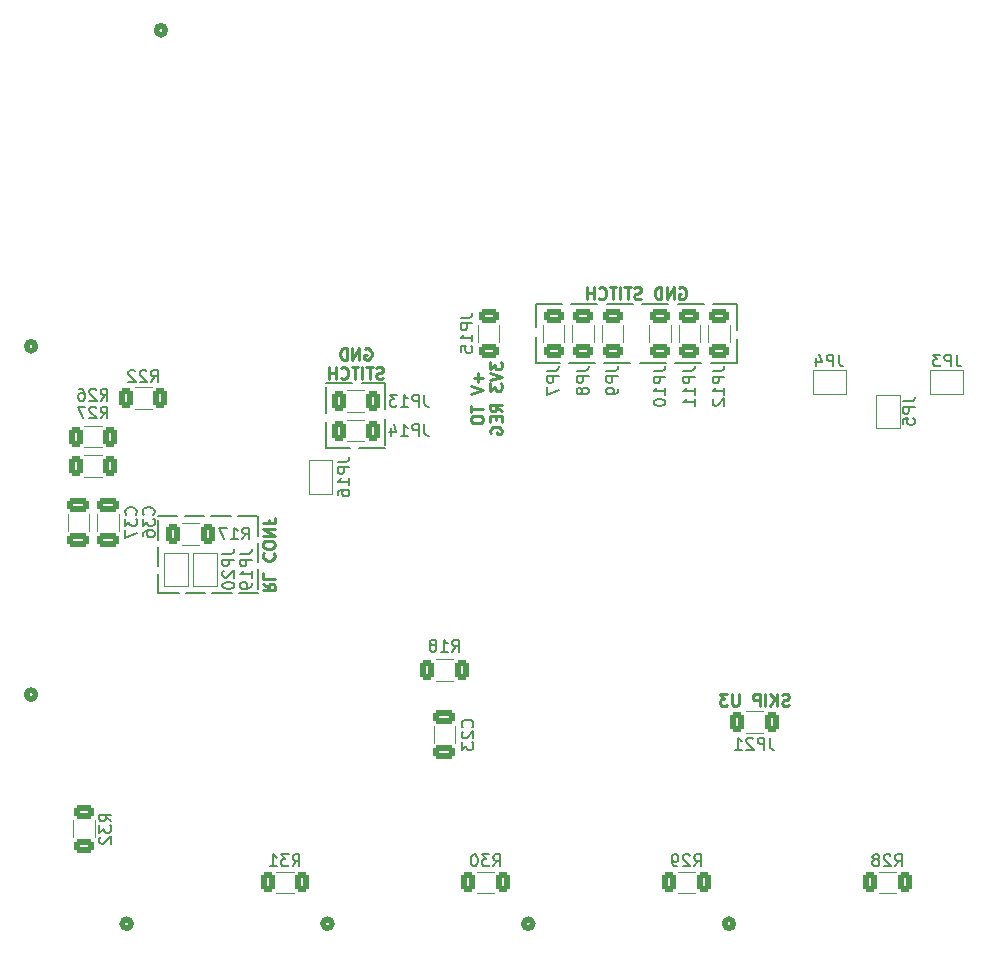
<source format=gbo>
G04 #@! TF.GenerationSoftware,KiCad,Pcbnew,9.0.2-9.0.2-0~ubuntu24.04.1*
G04 #@! TF.CreationDate,2025-06-11T14:59:59-05:00*
G04 #@! TF.ProjectId,bias-supply,62696173-2d73-4757-9070-6c792e6b6963,0.1*
G04 #@! TF.SameCoordinates,Original*
G04 #@! TF.FileFunction,Legend,Bot*
G04 #@! TF.FilePolarity,Positive*
%FSLAX46Y46*%
G04 Gerber Fmt 4.6, Leading zero omitted, Abs format (unit mm)*
G04 Created by KiCad (PCBNEW 9.0.2-9.0.2-0~ubuntu24.04.1) date 2025-06-11 14:59:59*
%MOMM*%
%LPD*%
G01*
G04 APERTURE LIST*
G04 Aperture macros list*
%AMRoundRect*
0 Rectangle with rounded corners*
0 $1 Rounding radius*
0 $2 $3 $4 $5 $6 $7 $8 $9 X,Y pos of 4 corners*
0 Add a 4 corners polygon primitive as box body*
4,1,4,$2,$3,$4,$5,$6,$7,$8,$9,$2,$3,0*
0 Add four circle primitives for the rounded corners*
1,1,$1+$1,$2,$3*
1,1,$1+$1,$4,$5*
1,1,$1+$1,$6,$7*
1,1,$1+$1,$8,$9*
0 Add four rect primitives between the rounded corners*
20,1,$1+$1,$2,$3,$4,$5,0*
20,1,$1+$1,$4,$5,$6,$7,0*
20,1,$1+$1,$6,$7,$8,$9,0*
20,1,$1+$1,$8,$9,$2,$3,0*%
G04 Aperture macros list end*
%ADD10C,0.200000*%
%ADD11C,0.150000*%
%ADD12C,0.250000*%
%ADD13C,0.508000*%
%ADD14C,0.120000*%
%ADD15C,1.270000*%
%ADD16C,2.362200*%
%ADD17C,2.000000*%
%ADD18C,6.400000*%
%ADD19C,1.214000*%
%ADD20C,2.891000*%
%ADD21RoundRect,0.250000X0.625000X-0.312500X0.625000X0.312500X-0.625000X0.312500X-0.625000X-0.312500X0*%
%ADD22RoundRect,0.250000X0.312500X0.625000X-0.312500X0.625000X-0.312500X-0.625000X0.312500X-0.625000X0*%
%ADD23RoundRect,0.250000X-0.650000X0.325000X-0.650000X-0.325000X0.650000X-0.325000X0.650000X0.325000X0*%
%ADD24RoundRect,0.250000X0.650000X-0.325000X0.650000X0.325000X-0.650000X0.325000X-0.650000X-0.325000X0*%
%ADD25R,1.500000X1.000000*%
%ADD26RoundRect,0.250000X-0.625000X0.312500X-0.625000X-0.312500X0.625000X-0.312500X0.625000X0.312500X0*%
%ADD27R,1.000000X1.500000*%
%ADD28RoundRect,0.250000X-0.312500X-0.625000X0.312500X-0.625000X0.312500X0.625000X-0.312500X0.625000X0*%
G04 APERTURE END LIST*
D10*
X41000000Y-50250000D02*
X43200000Y-50250000D01*
X44000000Y-50250000D02*
X46000000Y-50250000D01*
X46000000Y-50250000D02*
X46000000Y-52450000D01*
X46000000Y-53250000D02*
X46000000Y-55450000D01*
X46000000Y-55750000D02*
X43800000Y-55750000D01*
X43000000Y-55750000D02*
X41000000Y-55750000D01*
X41000000Y-55750000D02*
X41000000Y-53550000D01*
X41000000Y-52750000D02*
X41000000Y-50550000D01*
X58750000Y-43500000D02*
X60950000Y-43500000D01*
X61750000Y-43500000D02*
X63950000Y-43500000D01*
X64750000Y-43500000D02*
X66950000Y-43500000D01*
X67750000Y-43500000D02*
X69950000Y-43500000D01*
X70750000Y-43500000D02*
X72950000Y-43500000D01*
X73750000Y-43500000D02*
X75750000Y-43500000D01*
X75750000Y-43500000D02*
X75750000Y-45700000D01*
X75750000Y-46500000D02*
X75750000Y-48500000D01*
X75750000Y-48500000D02*
X73550000Y-48500000D01*
X72750000Y-48500000D02*
X70550000Y-48500000D01*
X69750000Y-48500000D02*
X67550000Y-48500000D01*
X66750000Y-48500000D02*
X64550000Y-48500000D01*
X63750000Y-48500000D02*
X61550000Y-48500000D01*
X60750000Y-48500000D02*
X58750000Y-48500000D01*
X58750000Y-48500000D02*
X58750000Y-46300000D01*
X58750000Y-45500000D02*
X58750000Y-43500000D01*
D11*
X26750000Y-61500000D02*
X28400000Y-61500000D01*
X29000000Y-61500000D02*
X30650000Y-61500000D01*
X31250000Y-61500000D02*
X32900000Y-61500000D01*
X33500000Y-61500000D02*
X35150000Y-61500000D01*
X35250000Y-61500000D02*
X35250000Y-63150000D01*
X35250000Y-63750000D02*
X35250000Y-65400000D01*
X35250000Y-66000000D02*
X35250000Y-67650000D01*
X35250000Y-68000000D02*
X33600000Y-68000000D01*
X33000000Y-68000000D02*
X31350000Y-68000000D01*
X30750000Y-68000000D02*
X29100000Y-68000000D01*
X28500000Y-68000000D02*
X26850000Y-68000000D01*
X26750000Y-68000000D02*
X26750000Y-66350000D01*
X26750000Y-65750000D02*
X26750000Y-64100000D01*
X26750000Y-63500000D02*
X26750000Y-61850000D01*
D12*
X35635380Y-67202381D02*
X36111571Y-67535714D01*
X35635380Y-67773809D02*
X36635380Y-67773809D01*
X36635380Y-67773809D02*
X36635380Y-67392857D01*
X36635380Y-67392857D02*
X36587761Y-67297619D01*
X36587761Y-67297619D02*
X36540142Y-67250000D01*
X36540142Y-67250000D02*
X36444904Y-67202381D01*
X36444904Y-67202381D02*
X36302047Y-67202381D01*
X36302047Y-67202381D02*
X36206809Y-67250000D01*
X36206809Y-67250000D02*
X36159190Y-67297619D01*
X36159190Y-67297619D02*
X36111571Y-67392857D01*
X36111571Y-67392857D02*
X36111571Y-67773809D01*
X35635380Y-66297619D02*
X35635380Y-66773809D01*
X35635380Y-66773809D02*
X36635380Y-66773809D01*
X35730619Y-64630952D02*
X35683000Y-64678571D01*
X35683000Y-64678571D02*
X35635380Y-64821428D01*
X35635380Y-64821428D02*
X35635380Y-64916666D01*
X35635380Y-64916666D02*
X35683000Y-65059523D01*
X35683000Y-65059523D02*
X35778238Y-65154761D01*
X35778238Y-65154761D02*
X35873476Y-65202380D01*
X35873476Y-65202380D02*
X36063952Y-65249999D01*
X36063952Y-65249999D02*
X36206809Y-65249999D01*
X36206809Y-65249999D02*
X36397285Y-65202380D01*
X36397285Y-65202380D02*
X36492523Y-65154761D01*
X36492523Y-65154761D02*
X36587761Y-65059523D01*
X36587761Y-65059523D02*
X36635380Y-64916666D01*
X36635380Y-64916666D02*
X36635380Y-64821428D01*
X36635380Y-64821428D02*
X36587761Y-64678571D01*
X36587761Y-64678571D02*
X36540142Y-64630952D01*
X36635380Y-64011904D02*
X36635380Y-63821428D01*
X36635380Y-63821428D02*
X36587761Y-63726190D01*
X36587761Y-63726190D02*
X36492523Y-63630952D01*
X36492523Y-63630952D02*
X36302047Y-63583333D01*
X36302047Y-63583333D02*
X35968714Y-63583333D01*
X35968714Y-63583333D02*
X35778238Y-63630952D01*
X35778238Y-63630952D02*
X35683000Y-63726190D01*
X35683000Y-63726190D02*
X35635380Y-63821428D01*
X35635380Y-63821428D02*
X35635380Y-64011904D01*
X35635380Y-64011904D02*
X35683000Y-64107142D01*
X35683000Y-64107142D02*
X35778238Y-64202380D01*
X35778238Y-64202380D02*
X35968714Y-64249999D01*
X35968714Y-64249999D02*
X36302047Y-64249999D01*
X36302047Y-64249999D02*
X36492523Y-64202380D01*
X36492523Y-64202380D02*
X36587761Y-64107142D01*
X36587761Y-64107142D02*
X36635380Y-64011904D01*
X35635380Y-63154761D02*
X36635380Y-63154761D01*
X36635380Y-63154761D02*
X35635380Y-62583333D01*
X35635380Y-62583333D02*
X36635380Y-62583333D01*
X36159190Y-61773809D02*
X36159190Y-62107142D01*
X35635380Y-62107142D02*
X36635380Y-62107142D01*
X36635380Y-62107142D02*
X36635380Y-61630952D01*
X80154761Y-77517000D02*
X80011904Y-77564619D01*
X80011904Y-77564619D02*
X79773809Y-77564619D01*
X79773809Y-77564619D02*
X79678571Y-77517000D01*
X79678571Y-77517000D02*
X79630952Y-77469380D01*
X79630952Y-77469380D02*
X79583333Y-77374142D01*
X79583333Y-77374142D02*
X79583333Y-77278904D01*
X79583333Y-77278904D02*
X79630952Y-77183666D01*
X79630952Y-77183666D02*
X79678571Y-77136047D01*
X79678571Y-77136047D02*
X79773809Y-77088428D01*
X79773809Y-77088428D02*
X79964285Y-77040809D01*
X79964285Y-77040809D02*
X80059523Y-76993190D01*
X80059523Y-76993190D02*
X80107142Y-76945571D01*
X80107142Y-76945571D02*
X80154761Y-76850333D01*
X80154761Y-76850333D02*
X80154761Y-76755095D01*
X80154761Y-76755095D02*
X80107142Y-76659857D01*
X80107142Y-76659857D02*
X80059523Y-76612238D01*
X80059523Y-76612238D02*
X79964285Y-76564619D01*
X79964285Y-76564619D02*
X79726190Y-76564619D01*
X79726190Y-76564619D02*
X79583333Y-76612238D01*
X79154761Y-77564619D02*
X79154761Y-76564619D01*
X78583333Y-77564619D02*
X79011904Y-76993190D01*
X78583333Y-76564619D02*
X79154761Y-77136047D01*
X78154761Y-77564619D02*
X78154761Y-76564619D01*
X77678571Y-77564619D02*
X77678571Y-76564619D01*
X77678571Y-76564619D02*
X77297619Y-76564619D01*
X77297619Y-76564619D02*
X77202381Y-76612238D01*
X77202381Y-76612238D02*
X77154762Y-76659857D01*
X77154762Y-76659857D02*
X77107143Y-76755095D01*
X77107143Y-76755095D02*
X77107143Y-76897952D01*
X77107143Y-76897952D02*
X77154762Y-76993190D01*
X77154762Y-76993190D02*
X77202381Y-77040809D01*
X77202381Y-77040809D02*
X77297619Y-77088428D01*
X77297619Y-77088428D02*
X77678571Y-77088428D01*
X75916666Y-76564619D02*
X75916666Y-77374142D01*
X75916666Y-77374142D02*
X75869047Y-77469380D01*
X75869047Y-77469380D02*
X75821428Y-77517000D01*
X75821428Y-77517000D02*
X75726190Y-77564619D01*
X75726190Y-77564619D02*
X75535714Y-77564619D01*
X75535714Y-77564619D02*
X75440476Y-77517000D01*
X75440476Y-77517000D02*
X75392857Y-77469380D01*
X75392857Y-77469380D02*
X75345238Y-77374142D01*
X75345238Y-77374142D02*
X75345238Y-76564619D01*
X74964285Y-76564619D02*
X74345238Y-76564619D01*
X74345238Y-76564619D02*
X74678571Y-76945571D01*
X74678571Y-76945571D02*
X74535714Y-76945571D01*
X74535714Y-76945571D02*
X74440476Y-76993190D01*
X74440476Y-76993190D02*
X74392857Y-77040809D01*
X74392857Y-77040809D02*
X74345238Y-77136047D01*
X74345238Y-77136047D02*
X74345238Y-77374142D01*
X74345238Y-77374142D02*
X74392857Y-77469380D01*
X74392857Y-77469380D02*
X74440476Y-77517000D01*
X74440476Y-77517000D02*
X74535714Y-77564619D01*
X74535714Y-77564619D02*
X74821428Y-77564619D01*
X74821428Y-77564619D02*
X74916666Y-77517000D01*
X74916666Y-77517000D02*
X74964285Y-77469380D01*
X70892857Y-42162238D02*
X70988095Y-42114619D01*
X70988095Y-42114619D02*
X71130952Y-42114619D01*
X71130952Y-42114619D02*
X71273809Y-42162238D01*
X71273809Y-42162238D02*
X71369047Y-42257476D01*
X71369047Y-42257476D02*
X71416666Y-42352714D01*
X71416666Y-42352714D02*
X71464285Y-42543190D01*
X71464285Y-42543190D02*
X71464285Y-42686047D01*
X71464285Y-42686047D02*
X71416666Y-42876523D01*
X71416666Y-42876523D02*
X71369047Y-42971761D01*
X71369047Y-42971761D02*
X71273809Y-43067000D01*
X71273809Y-43067000D02*
X71130952Y-43114619D01*
X71130952Y-43114619D02*
X71035714Y-43114619D01*
X71035714Y-43114619D02*
X70892857Y-43067000D01*
X70892857Y-43067000D02*
X70845238Y-43019380D01*
X70845238Y-43019380D02*
X70845238Y-42686047D01*
X70845238Y-42686047D02*
X71035714Y-42686047D01*
X70416666Y-43114619D02*
X70416666Y-42114619D01*
X70416666Y-42114619D02*
X69845238Y-43114619D01*
X69845238Y-43114619D02*
X69845238Y-42114619D01*
X69369047Y-43114619D02*
X69369047Y-42114619D01*
X69369047Y-42114619D02*
X69130952Y-42114619D01*
X69130952Y-42114619D02*
X68988095Y-42162238D01*
X68988095Y-42162238D02*
X68892857Y-42257476D01*
X68892857Y-42257476D02*
X68845238Y-42352714D01*
X68845238Y-42352714D02*
X68797619Y-42543190D01*
X68797619Y-42543190D02*
X68797619Y-42686047D01*
X68797619Y-42686047D02*
X68845238Y-42876523D01*
X68845238Y-42876523D02*
X68892857Y-42971761D01*
X68892857Y-42971761D02*
X68988095Y-43067000D01*
X68988095Y-43067000D02*
X69130952Y-43114619D01*
X69130952Y-43114619D02*
X69369047Y-43114619D01*
X67654761Y-43067000D02*
X67511904Y-43114619D01*
X67511904Y-43114619D02*
X67273809Y-43114619D01*
X67273809Y-43114619D02*
X67178571Y-43067000D01*
X67178571Y-43067000D02*
X67130952Y-43019380D01*
X67130952Y-43019380D02*
X67083333Y-42924142D01*
X67083333Y-42924142D02*
X67083333Y-42828904D01*
X67083333Y-42828904D02*
X67130952Y-42733666D01*
X67130952Y-42733666D02*
X67178571Y-42686047D01*
X67178571Y-42686047D02*
X67273809Y-42638428D01*
X67273809Y-42638428D02*
X67464285Y-42590809D01*
X67464285Y-42590809D02*
X67559523Y-42543190D01*
X67559523Y-42543190D02*
X67607142Y-42495571D01*
X67607142Y-42495571D02*
X67654761Y-42400333D01*
X67654761Y-42400333D02*
X67654761Y-42305095D01*
X67654761Y-42305095D02*
X67607142Y-42209857D01*
X67607142Y-42209857D02*
X67559523Y-42162238D01*
X67559523Y-42162238D02*
X67464285Y-42114619D01*
X67464285Y-42114619D02*
X67226190Y-42114619D01*
X67226190Y-42114619D02*
X67083333Y-42162238D01*
X66797618Y-42114619D02*
X66226190Y-42114619D01*
X66511904Y-43114619D02*
X66511904Y-42114619D01*
X65892856Y-43114619D02*
X65892856Y-42114619D01*
X65559523Y-42114619D02*
X64988095Y-42114619D01*
X65273809Y-43114619D02*
X65273809Y-42114619D01*
X64083333Y-43019380D02*
X64130952Y-43067000D01*
X64130952Y-43067000D02*
X64273809Y-43114619D01*
X64273809Y-43114619D02*
X64369047Y-43114619D01*
X64369047Y-43114619D02*
X64511904Y-43067000D01*
X64511904Y-43067000D02*
X64607142Y-42971761D01*
X64607142Y-42971761D02*
X64654761Y-42876523D01*
X64654761Y-42876523D02*
X64702380Y-42686047D01*
X64702380Y-42686047D02*
X64702380Y-42543190D01*
X64702380Y-42543190D02*
X64654761Y-42352714D01*
X64654761Y-42352714D02*
X64607142Y-42257476D01*
X64607142Y-42257476D02*
X64511904Y-42162238D01*
X64511904Y-42162238D02*
X64369047Y-42114619D01*
X64369047Y-42114619D02*
X64273809Y-42114619D01*
X64273809Y-42114619D02*
X64130952Y-42162238D01*
X64130952Y-42162238D02*
X64083333Y-42209857D01*
X63654761Y-43114619D02*
X63654761Y-42114619D01*
X63654761Y-42590809D02*
X63083333Y-42590809D01*
X63083333Y-43114619D02*
X63083333Y-42114619D01*
X44261904Y-47302294D02*
X44357142Y-47254675D01*
X44357142Y-47254675D02*
X44499999Y-47254675D01*
X44499999Y-47254675D02*
X44642856Y-47302294D01*
X44642856Y-47302294D02*
X44738094Y-47397532D01*
X44738094Y-47397532D02*
X44785713Y-47492770D01*
X44785713Y-47492770D02*
X44833332Y-47683246D01*
X44833332Y-47683246D02*
X44833332Y-47826103D01*
X44833332Y-47826103D02*
X44785713Y-48016579D01*
X44785713Y-48016579D02*
X44738094Y-48111817D01*
X44738094Y-48111817D02*
X44642856Y-48207056D01*
X44642856Y-48207056D02*
X44499999Y-48254675D01*
X44499999Y-48254675D02*
X44404761Y-48254675D01*
X44404761Y-48254675D02*
X44261904Y-48207056D01*
X44261904Y-48207056D02*
X44214285Y-48159436D01*
X44214285Y-48159436D02*
X44214285Y-47826103D01*
X44214285Y-47826103D02*
X44404761Y-47826103D01*
X43785713Y-48254675D02*
X43785713Y-47254675D01*
X43785713Y-47254675D02*
X43214285Y-48254675D01*
X43214285Y-48254675D02*
X43214285Y-47254675D01*
X42738094Y-48254675D02*
X42738094Y-47254675D01*
X42738094Y-47254675D02*
X42499999Y-47254675D01*
X42499999Y-47254675D02*
X42357142Y-47302294D01*
X42357142Y-47302294D02*
X42261904Y-47397532D01*
X42261904Y-47397532D02*
X42214285Y-47492770D01*
X42214285Y-47492770D02*
X42166666Y-47683246D01*
X42166666Y-47683246D02*
X42166666Y-47826103D01*
X42166666Y-47826103D02*
X42214285Y-48016579D01*
X42214285Y-48016579D02*
X42261904Y-48111817D01*
X42261904Y-48111817D02*
X42357142Y-48207056D01*
X42357142Y-48207056D02*
X42499999Y-48254675D01*
X42499999Y-48254675D02*
X42738094Y-48254675D01*
X45809523Y-49817000D02*
X45666666Y-49864619D01*
X45666666Y-49864619D02*
X45428571Y-49864619D01*
X45428571Y-49864619D02*
X45333333Y-49817000D01*
X45333333Y-49817000D02*
X45285714Y-49769380D01*
X45285714Y-49769380D02*
X45238095Y-49674142D01*
X45238095Y-49674142D02*
X45238095Y-49578904D01*
X45238095Y-49578904D02*
X45285714Y-49483666D01*
X45285714Y-49483666D02*
X45333333Y-49436047D01*
X45333333Y-49436047D02*
X45428571Y-49388428D01*
X45428571Y-49388428D02*
X45619047Y-49340809D01*
X45619047Y-49340809D02*
X45714285Y-49293190D01*
X45714285Y-49293190D02*
X45761904Y-49245571D01*
X45761904Y-49245571D02*
X45809523Y-49150333D01*
X45809523Y-49150333D02*
X45809523Y-49055095D01*
X45809523Y-49055095D02*
X45761904Y-48959857D01*
X45761904Y-48959857D02*
X45714285Y-48912238D01*
X45714285Y-48912238D02*
X45619047Y-48864619D01*
X45619047Y-48864619D02*
X45380952Y-48864619D01*
X45380952Y-48864619D02*
X45238095Y-48912238D01*
X44952380Y-48864619D02*
X44380952Y-48864619D01*
X44666666Y-49864619D02*
X44666666Y-48864619D01*
X44047618Y-49864619D02*
X44047618Y-48864619D01*
X43714285Y-48864619D02*
X43142857Y-48864619D01*
X43428571Y-49864619D02*
X43428571Y-48864619D01*
X42238095Y-49769380D02*
X42285714Y-49817000D01*
X42285714Y-49817000D02*
X42428571Y-49864619D01*
X42428571Y-49864619D02*
X42523809Y-49864619D01*
X42523809Y-49864619D02*
X42666666Y-49817000D01*
X42666666Y-49817000D02*
X42761904Y-49721761D01*
X42761904Y-49721761D02*
X42809523Y-49626523D01*
X42809523Y-49626523D02*
X42857142Y-49436047D01*
X42857142Y-49436047D02*
X42857142Y-49293190D01*
X42857142Y-49293190D02*
X42809523Y-49102714D01*
X42809523Y-49102714D02*
X42761904Y-49007476D01*
X42761904Y-49007476D02*
X42666666Y-48912238D01*
X42666666Y-48912238D02*
X42523809Y-48864619D01*
X42523809Y-48864619D02*
X42428571Y-48864619D01*
X42428571Y-48864619D02*
X42285714Y-48912238D01*
X42285714Y-48912238D02*
X42238095Y-48959857D01*
X41809523Y-49864619D02*
X41809523Y-48864619D01*
X41809523Y-49340809D02*
X41238095Y-49340809D01*
X41238095Y-49864619D02*
X41238095Y-48864619D01*
X53873722Y-49404762D02*
X53873722Y-50166667D01*
X54254675Y-49785714D02*
X53492770Y-49785714D01*
X53254675Y-50500000D02*
X54254675Y-50833333D01*
X54254675Y-50833333D02*
X53254675Y-51166666D01*
X53254675Y-52119048D02*
X53254675Y-52690476D01*
X54254675Y-52404762D02*
X53254675Y-52404762D01*
X53254675Y-53214286D02*
X53254675Y-53404762D01*
X53254675Y-53404762D02*
X53302294Y-53500000D01*
X53302294Y-53500000D02*
X53397532Y-53595238D01*
X53397532Y-53595238D02*
X53588008Y-53642857D01*
X53588008Y-53642857D02*
X53921341Y-53642857D01*
X53921341Y-53642857D02*
X54111817Y-53595238D01*
X54111817Y-53595238D02*
X54207056Y-53500000D01*
X54207056Y-53500000D02*
X54254675Y-53404762D01*
X54254675Y-53404762D02*
X54254675Y-53214286D01*
X54254675Y-53214286D02*
X54207056Y-53119048D01*
X54207056Y-53119048D02*
X54111817Y-53023810D01*
X54111817Y-53023810D02*
X53921341Y-52976191D01*
X53921341Y-52976191D02*
X53588008Y-52976191D01*
X53588008Y-52976191D02*
X53397532Y-53023810D01*
X53397532Y-53023810D02*
X53302294Y-53119048D01*
X53302294Y-53119048D02*
X53254675Y-53214286D01*
X54864619Y-48428571D02*
X54864619Y-49047618D01*
X54864619Y-49047618D02*
X55245571Y-48714285D01*
X55245571Y-48714285D02*
X55245571Y-48857142D01*
X55245571Y-48857142D02*
X55293190Y-48952380D01*
X55293190Y-48952380D02*
X55340809Y-48999999D01*
X55340809Y-48999999D02*
X55436047Y-49047618D01*
X55436047Y-49047618D02*
X55674142Y-49047618D01*
X55674142Y-49047618D02*
X55769380Y-48999999D01*
X55769380Y-48999999D02*
X55817000Y-48952380D01*
X55817000Y-48952380D02*
X55864619Y-48857142D01*
X55864619Y-48857142D02*
X55864619Y-48571428D01*
X55864619Y-48571428D02*
X55817000Y-48476190D01*
X55817000Y-48476190D02*
X55769380Y-48428571D01*
X54864619Y-49333333D02*
X55864619Y-49666666D01*
X55864619Y-49666666D02*
X54864619Y-49999999D01*
X54864619Y-50238095D02*
X54864619Y-50857142D01*
X54864619Y-50857142D02*
X55245571Y-50523809D01*
X55245571Y-50523809D02*
X55245571Y-50666666D01*
X55245571Y-50666666D02*
X55293190Y-50761904D01*
X55293190Y-50761904D02*
X55340809Y-50809523D01*
X55340809Y-50809523D02*
X55436047Y-50857142D01*
X55436047Y-50857142D02*
X55674142Y-50857142D01*
X55674142Y-50857142D02*
X55769380Y-50809523D01*
X55769380Y-50809523D02*
X55817000Y-50761904D01*
X55817000Y-50761904D02*
X55864619Y-50666666D01*
X55864619Y-50666666D02*
X55864619Y-50380952D01*
X55864619Y-50380952D02*
X55817000Y-50285714D01*
X55817000Y-50285714D02*
X55769380Y-50238095D01*
X55864619Y-52619047D02*
X55388428Y-52285714D01*
X55864619Y-52047619D02*
X54864619Y-52047619D01*
X54864619Y-52047619D02*
X54864619Y-52428571D01*
X54864619Y-52428571D02*
X54912238Y-52523809D01*
X54912238Y-52523809D02*
X54959857Y-52571428D01*
X54959857Y-52571428D02*
X55055095Y-52619047D01*
X55055095Y-52619047D02*
X55197952Y-52619047D01*
X55197952Y-52619047D02*
X55293190Y-52571428D01*
X55293190Y-52571428D02*
X55340809Y-52523809D01*
X55340809Y-52523809D02*
X55388428Y-52428571D01*
X55388428Y-52428571D02*
X55388428Y-52047619D01*
X55340809Y-53047619D02*
X55340809Y-53380952D01*
X55864619Y-53523809D02*
X55864619Y-53047619D01*
X55864619Y-53047619D02*
X54864619Y-53047619D01*
X54864619Y-53047619D02*
X54864619Y-53523809D01*
X54912238Y-54476190D02*
X54864619Y-54380952D01*
X54864619Y-54380952D02*
X54864619Y-54238095D01*
X54864619Y-54238095D02*
X54912238Y-54095238D01*
X54912238Y-54095238D02*
X55007476Y-54000000D01*
X55007476Y-54000000D02*
X55102714Y-53952381D01*
X55102714Y-53952381D02*
X55293190Y-53904762D01*
X55293190Y-53904762D02*
X55436047Y-53904762D01*
X55436047Y-53904762D02*
X55626523Y-53952381D01*
X55626523Y-53952381D02*
X55721761Y-54000000D01*
X55721761Y-54000000D02*
X55817000Y-54095238D01*
X55817000Y-54095238D02*
X55864619Y-54238095D01*
X55864619Y-54238095D02*
X55864619Y-54333333D01*
X55864619Y-54333333D02*
X55817000Y-54476190D01*
X55817000Y-54476190D02*
X55769380Y-54523809D01*
X55769380Y-54523809D02*
X55436047Y-54523809D01*
X55436047Y-54523809D02*
X55436047Y-54333333D01*
D11*
X22784819Y-87319644D02*
X22308628Y-86986311D01*
X22784819Y-86748216D02*
X21784819Y-86748216D01*
X21784819Y-86748216D02*
X21784819Y-87129168D01*
X21784819Y-87129168D02*
X21832438Y-87224406D01*
X21832438Y-87224406D02*
X21880057Y-87272025D01*
X21880057Y-87272025D02*
X21975295Y-87319644D01*
X21975295Y-87319644D02*
X22118152Y-87319644D01*
X22118152Y-87319644D02*
X22213390Y-87272025D01*
X22213390Y-87272025D02*
X22261009Y-87224406D01*
X22261009Y-87224406D02*
X22308628Y-87129168D01*
X22308628Y-87129168D02*
X22308628Y-86748216D01*
X21784819Y-87652978D02*
X21784819Y-88272025D01*
X21784819Y-88272025D02*
X22165771Y-87938692D01*
X22165771Y-87938692D02*
X22165771Y-88081549D01*
X22165771Y-88081549D02*
X22213390Y-88176787D01*
X22213390Y-88176787D02*
X22261009Y-88224406D01*
X22261009Y-88224406D02*
X22356247Y-88272025D01*
X22356247Y-88272025D02*
X22594342Y-88272025D01*
X22594342Y-88272025D02*
X22689580Y-88224406D01*
X22689580Y-88224406D02*
X22737200Y-88176787D01*
X22737200Y-88176787D02*
X22784819Y-88081549D01*
X22784819Y-88081549D02*
X22784819Y-87795835D01*
X22784819Y-87795835D02*
X22737200Y-87700597D01*
X22737200Y-87700597D02*
X22689580Y-87652978D01*
X21880057Y-88652978D02*
X21832438Y-88700597D01*
X21832438Y-88700597D02*
X21784819Y-88795835D01*
X21784819Y-88795835D02*
X21784819Y-89033930D01*
X21784819Y-89033930D02*
X21832438Y-89129168D01*
X21832438Y-89129168D02*
X21880057Y-89176787D01*
X21880057Y-89176787D02*
X21975295Y-89224406D01*
X21975295Y-89224406D02*
X22070533Y-89224406D01*
X22070533Y-89224406D02*
X22213390Y-89176787D01*
X22213390Y-89176787D02*
X22784819Y-88605359D01*
X22784819Y-88605359D02*
X22784819Y-89224406D01*
X55142857Y-91124819D02*
X55476190Y-90648628D01*
X55714285Y-91124819D02*
X55714285Y-90124819D01*
X55714285Y-90124819D02*
X55333333Y-90124819D01*
X55333333Y-90124819D02*
X55238095Y-90172438D01*
X55238095Y-90172438D02*
X55190476Y-90220057D01*
X55190476Y-90220057D02*
X55142857Y-90315295D01*
X55142857Y-90315295D02*
X55142857Y-90458152D01*
X55142857Y-90458152D02*
X55190476Y-90553390D01*
X55190476Y-90553390D02*
X55238095Y-90601009D01*
X55238095Y-90601009D02*
X55333333Y-90648628D01*
X55333333Y-90648628D02*
X55714285Y-90648628D01*
X54809523Y-90124819D02*
X54190476Y-90124819D01*
X54190476Y-90124819D02*
X54523809Y-90505771D01*
X54523809Y-90505771D02*
X54380952Y-90505771D01*
X54380952Y-90505771D02*
X54285714Y-90553390D01*
X54285714Y-90553390D02*
X54238095Y-90601009D01*
X54238095Y-90601009D02*
X54190476Y-90696247D01*
X54190476Y-90696247D02*
X54190476Y-90934342D01*
X54190476Y-90934342D02*
X54238095Y-91029580D01*
X54238095Y-91029580D02*
X54285714Y-91077200D01*
X54285714Y-91077200D02*
X54380952Y-91124819D01*
X54380952Y-91124819D02*
X54666666Y-91124819D01*
X54666666Y-91124819D02*
X54761904Y-91077200D01*
X54761904Y-91077200D02*
X54809523Y-91029580D01*
X53571428Y-90124819D02*
X53476190Y-90124819D01*
X53476190Y-90124819D02*
X53380952Y-90172438D01*
X53380952Y-90172438D02*
X53333333Y-90220057D01*
X53333333Y-90220057D02*
X53285714Y-90315295D01*
X53285714Y-90315295D02*
X53238095Y-90505771D01*
X53238095Y-90505771D02*
X53238095Y-90743866D01*
X53238095Y-90743866D02*
X53285714Y-90934342D01*
X53285714Y-90934342D02*
X53333333Y-91029580D01*
X53333333Y-91029580D02*
X53380952Y-91077200D01*
X53380952Y-91077200D02*
X53476190Y-91124819D01*
X53476190Y-91124819D02*
X53571428Y-91124819D01*
X53571428Y-91124819D02*
X53666666Y-91077200D01*
X53666666Y-91077200D02*
X53714285Y-91029580D01*
X53714285Y-91029580D02*
X53761904Y-90934342D01*
X53761904Y-90934342D02*
X53809523Y-90743866D01*
X53809523Y-90743866D02*
X53809523Y-90505771D01*
X53809523Y-90505771D02*
X53761904Y-90315295D01*
X53761904Y-90315295D02*
X53714285Y-90220057D01*
X53714285Y-90220057D02*
X53666666Y-90172438D01*
X53666666Y-90172438D02*
X53571428Y-90124819D01*
X24859580Y-61357142D02*
X24907200Y-61309523D01*
X24907200Y-61309523D02*
X24954819Y-61166666D01*
X24954819Y-61166666D02*
X24954819Y-61071428D01*
X24954819Y-61071428D02*
X24907200Y-60928571D01*
X24907200Y-60928571D02*
X24811961Y-60833333D01*
X24811961Y-60833333D02*
X24716723Y-60785714D01*
X24716723Y-60785714D02*
X24526247Y-60738095D01*
X24526247Y-60738095D02*
X24383390Y-60738095D01*
X24383390Y-60738095D02*
X24192914Y-60785714D01*
X24192914Y-60785714D02*
X24097676Y-60833333D01*
X24097676Y-60833333D02*
X24002438Y-60928571D01*
X24002438Y-60928571D02*
X23954819Y-61071428D01*
X23954819Y-61071428D02*
X23954819Y-61166666D01*
X23954819Y-61166666D02*
X24002438Y-61309523D01*
X24002438Y-61309523D02*
X24050057Y-61357142D01*
X23954819Y-61690476D02*
X23954819Y-62309523D01*
X23954819Y-62309523D02*
X24335771Y-61976190D01*
X24335771Y-61976190D02*
X24335771Y-62119047D01*
X24335771Y-62119047D02*
X24383390Y-62214285D01*
X24383390Y-62214285D02*
X24431009Y-62261904D01*
X24431009Y-62261904D02*
X24526247Y-62309523D01*
X24526247Y-62309523D02*
X24764342Y-62309523D01*
X24764342Y-62309523D02*
X24859580Y-62261904D01*
X24859580Y-62261904D02*
X24907200Y-62214285D01*
X24907200Y-62214285D02*
X24954819Y-62119047D01*
X24954819Y-62119047D02*
X24954819Y-61833333D01*
X24954819Y-61833333D02*
X24907200Y-61738095D01*
X24907200Y-61738095D02*
X24859580Y-61690476D01*
X23954819Y-62642857D02*
X23954819Y-63309523D01*
X23954819Y-63309523D02*
X24954819Y-62880952D01*
X21892857Y-51704819D02*
X22226190Y-51228628D01*
X22464285Y-51704819D02*
X22464285Y-50704819D01*
X22464285Y-50704819D02*
X22083333Y-50704819D01*
X22083333Y-50704819D02*
X21988095Y-50752438D01*
X21988095Y-50752438D02*
X21940476Y-50800057D01*
X21940476Y-50800057D02*
X21892857Y-50895295D01*
X21892857Y-50895295D02*
X21892857Y-51038152D01*
X21892857Y-51038152D02*
X21940476Y-51133390D01*
X21940476Y-51133390D02*
X21988095Y-51181009D01*
X21988095Y-51181009D02*
X22083333Y-51228628D01*
X22083333Y-51228628D02*
X22464285Y-51228628D01*
X21511904Y-50800057D02*
X21464285Y-50752438D01*
X21464285Y-50752438D02*
X21369047Y-50704819D01*
X21369047Y-50704819D02*
X21130952Y-50704819D01*
X21130952Y-50704819D02*
X21035714Y-50752438D01*
X21035714Y-50752438D02*
X20988095Y-50800057D01*
X20988095Y-50800057D02*
X20940476Y-50895295D01*
X20940476Y-50895295D02*
X20940476Y-50990533D01*
X20940476Y-50990533D02*
X20988095Y-51133390D01*
X20988095Y-51133390D02*
X21559523Y-51704819D01*
X21559523Y-51704819D02*
X20940476Y-51704819D01*
X20083333Y-50704819D02*
X20273809Y-50704819D01*
X20273809Y-50704819D02*
X20369047Y-50752438D01*
X20369047Y-50752438D02*
X20416666Y-50800057D01*
X20416666Y-50800057D02*
X20511904Y-50942914D01*
X20511904Y-50942914D02*
X20559523Y-51133390D01*
X20559523Y-51133390D02*
X20559523Y-51514342D01*
X20559523Y-51514342D02*
X20511904Y-51609580D01*
X20511904Y-51609580D02*
X20464285Y-51657200D01*
X20464285Y-51657200D02*
X20369047Y-51704819D01*
X20369047Y-51704819D02*
X20178571Y-51704819D01*
X20178571Y-51704819D02*
X20083333Y-51657200D01*
X20083333Y-51657200D02*
X20035714Y-51609580D01*
X20035714Y-51609580D02*
X19988095Y-51514342D01*
X19988095Y-51514342D02*
X19988095Y-51276247D01*
X19988095Y-51276247D02*
X20035714Y-51181009D01*
X20035714Y-51181009D02*
X20083333Y-51133390D01*
X20083333Y-51133390D02*
X20178571Y-51085771D01*
X20178571Y-51085771D02*
X20369047Y-51085771D01*
X20369047Y-51085771D02*
X20464285Y-51133390D01*
X20464285Y-51133390D02*
X20511904Y-51181009D01*
X20511904Y-51181009D02*
X20559523Y-51276247D01*
X33892857Y-63454819D02*
X34226190Y-62978628D01*
X34464285Y-63454819D02*
X34464285Y-62454819D01*
X34464285Y-62454819D02*
X34083333Y-62454819D01*
X34083333Y-62454819D02*
X33988095Y-62502438D01*
X33988095Y-62502438D02*
X33940476Y-62550057D01*
X33940476Y-62550057D02*
X33892857Y-62645295D01*
X33892857Y-62645295D02*
X33892857Y-62788152D01*
X33892857Y-62788152D02*
X33940476Y-62883390D01*
X33940476Y-62883390D02*
X33988095Y-62931009D01*
X33988095Y-62931009D02*
X34083333Y-62978628D01*
X34083333Y-62978628D02*
X34464285Y-62978628D01*
X32940476Y-63454819D02*
X33511904Y-63454819D01*
X33226190Y-63454819D02*
X33226190Y-62454819D01*
X33226190Y-62454819D02*
X33321428Y-62597676D01*
X33321428Y-62597676D02*
X33416666Y-62692914D01*
X33416666Y-62692914D02*
X33511904Y-62740533D01*
X32607142Y-62454819D02*
X31940476Y-62454819D01*
X31940476Y-62454819D02*
X32369047Y-63454819D01*
X26359580Y-61357142D02*
X26407200Y-61309523D01*
X26407200Y-61309523D02*
X26454819Y-61166666D01*
X26454819Y-61166666D02*
X26454819Y-61071428D01*
X26454819Y-61071428D02*
X26407200Y-60928571D01*
X26407200Y-60928571D02*
X26311961Y-60833333D01*
X26311961Y-60833333D02*
X26216723Y-60785714D01*
X26216723Y-60785714D02*
X26026247Y-60738095D01*
X26026247Y-60738095D02*
X25883390Y-60738095D01*
X25883390Y-60738095D02*
X25692914Y-60785714D01*
X25692914Y-60785714D02*
X25597676Y-60833333D01*
X25597676Y-60833333D02*
X25502438Y-60928571D01*
X25502438Y-60928571D02*
X25454819Y-61071428D01*
X25454819Y-61071428D02*
X25454819Y-61166666D01*
X25454819Y-61166666D02*
X25502438Y-61309523D01*
X25502438Y-61309523D02*
X25550057Y-61357142D01*
X25454819Y-61690476D02*
X25454819Y-62309523D01*
X25454819Y-62309523D02*
X25835771Y-61976190D01*
X25835771Y-61976190D02*
X25835771Y-62119047D01*
X25835771Y-62119047D02*
X25883390Y-62214285D01*
X25883390Y-62214285D02*
X25931009Y-62261904D01*
X25931009Y-62261904D02*
X26026247Y-62309523D01*
X26026247Y-62309523D02*
X26264342Y-62309523D01*
X26264342Y-62309523D02*
X26359580Y-62261904D01*
X26359580Y-62261904D02*
X26407200Y-62214285D01*
X26407200Y-62214285D02*
X26454819Y-62119047D01*
X26454819Y-62119047D02*
X26454819Y-61833333D01*
X26454819Y-61833333D02*
X26407200Y-61738095D01*
X26407200Y-61738095D02*
X26359580Y-61690476D01*
X25454819Y-63166666D02*
X25454819Y-62976190D01*
X25454819Y-62976190D02*
X25502438Y-62880952D01*
X25502438Y-62880952D02*
X25550057Y-62833333D01*
X25550057Y-62833333D02*
X25692914Y-62738095D01*
X25692914Y-62738095D02*
X25883390Y-62690476D01*
X25883390Y-62690476D02*
X26264342Y-62690476D01*
X26264342Y-62690476D02*
X26359580Y-62738095D01*
X26359580Y-62738095D02*
X26407200Y-62785714D01*
X26407200Y-62785714D02*
X26454819Y-62880952D01*
X26454819Y-62880952D02*
X26454819Y-63071428D01*
X26454819Y-63071428D02*
X26407200Y-63166666D01*
X26407200Y-63166666D02*
X26359580Y-63214285D01*
X26359580Y-63214285D02*
X26264342Y-63261904D01*
X26264342Y-63261904D02*
X26026247Y-63261904D01*
X26026247Y-63261904D02*
X25931009Y-63214285D01*
X25931009Y-63214285D02*
X25883390Y-63166666D01*
X25883390Y-63166666D02*
X25835771Y-63071428D01*
X25835771Y-63071428D02*
X25835771Y-62880952D01*
X25835771Y-62880952D02*
X25883390Y-62785714D01*
X25883390Y-62785714D02*
X25931009Y-62738095D01*
X25931009Y-62738095D02*
X26026247Y-62690476D01*
X53359580Y-79357142D02*
X53407200Y-79309523D01*
X53407200Y-79309523D02*
X53454819Y-79166666D01*
X53454819Y-79166666D02*
X53454819Y-79071428D01*
X53454819Y-79071428D02*
X53407200Y-78928571D01*
X53407200Y-78928571D02*
X53311961Y-78833333D01*
X53311961Y-78833333D02*
X53216723Y-78785714D01*
X53216723Y-78785714D02*
X53026247Y-78738095D01*
X53026247Y-78738095D02*
X52883390Y-78738095D01*
X52883390Y-78738095D02*
X52692914Y-78785714D01*
X52692914Y-78785714D02*
X52597676Y-78833333D01*
X52597676Y-78833333D02*
X52502438Y-78928571D01*
X52502438Y-78928571D02*
X52454819Y-79071428D01*
X52454819Y-79071428D02*
X52454819Y-79166666D01*
X52454819Y-79166666D02*
X52502438Y-79309523D01*
X52502438Y-79309523D02*
X52550057Y-79357142D01*
X52550057Y-79738095D02*
X52502438Y-79785714D01*
X52502438Y-79785714D02*
X52454819Y-79880952D01*
X52454819Y-79880952D02*
X52454819Y-80119047D01*
X52454819Y-80119047D02*
X52502438Y-80214285D01*
X52502438Y-80214285D02*
X52550057Y-80261904D01*
X52550057Y-80261904D02*
X52645295Y-80309523D01*
X52645295Y-80309523D02*
X52740533Y-80309523D01*
X52740533Y-80309523D02*
X52883390Y-80261904D01*
X52883390Y-80261904D02*
X53454819Y-79690476D01*
X53454819Y-79690476D02*
X53454819Y-80309523D01*
X52454819Y-80642857D02*
X52454819Y-81261904D01*
X52454819Y-81261904D02*
X52835771Y-80928571D01*
X52835771Y-80928571D02*
X52835771Y-81071428D01*
X52835771Y-81071428D02*
X52883390Y-81166666D01*
X52883390Y-81166666D02*
X52931009Y-81214285D01*
X52931009Y-81214285D02*
X53026247Y-81261904D01*
X53026247Y-81261904D02*
X53264342Y-81261904D01*
X53264342Y-81261904D02*
X53359580Y-81214285D01*
X53359580Y-81214285D02*
X53407200Y-81166666D01*
X53407200Y-81166666D02*
X53454819Y-81071428D01*
X53454819Y-81071428D02*
X53454819Y-80785714D01*
X53454819Y-80785714D02*
X53407200Y-80690476D01*
X53407200Y-80690476D02*
X53359580Y-80642857D01*
X73704819Y-49190476D02*
X74419104Y-49190476D01*
X74419104Y-49190476D02*
X74561961Y-49142857D01*
X74561961Y-49142857D02*
X74657200Y-49047619D01*
X74657200Y-49047619D02*
X74704819Y-48904762D01*
X74704819Y-48904762D02*
X74704819Y-48809524D01*
X74704819Y-49666667D02*
X73704819Y-49666667D01*
X73704819Y-49666667D02*
X73704819Y-50047619D01*
X73704819Y-50047619D02*
X73752438Y-50142857D01*
X73752438Y-50142857D02*
X73800057Y-50190476D01*
X73800057Y-50190476D02*
X73895295Y-50238095D01*
X73895295Y-50238095D02*
X74038152Y-50238095D01*
X74038152Y-50238095D02*
X74133390Y-50190476D01*
X74133390Y-50190476D02*
X74181009Y-50142857D01*
X74181009Y-50142857D02*
X74228628Y-50047619D01*
X74228628Y-50047619D02*
X74228628Y-49666667D01*
X74704819Y-51190476D02*
X74704819Y-50619048D01*
X74704819Y-50904762D02*
X73704819Y-50904762D01*
X73704819Y-50904762D02*
X73847676Y-50809524D01*
X73847676Y-50809524D02*
X73942914Y-50714286D01*
X73942914Y-50714286D02*
X73990533Y-50619048D01*
X73800057Y-51571429D02*
X73752438Y-51619048D01*
X73752438Y-51619048D02*
X73704819Y-51714286D01*
X73704819Y-51714286D02*
X73704819Y-51952381D01*
X73704819Y-51952381D02*
X73752438Y-52047619D01*
X73752438Y-52047619D02*
X73800057Y-52095238D01*
X73800057Y-52095238D02*
X73895295Y-52142857D01*
X73895295Y-52142857D02*
X73990533Y-52142857D01*
X73990533Y-52142857D02*
X74133390Y-52095238D01*
X74133390Y-52095238D02*
X74704819Y-51523810D01*
X74704819Y-51523810D02*
X74704819Y-52142857D01*
X41954819Y-56865476D02*
X42669104Y-56865476D01*
X42669104Y-56865476D02*
X42811961Y-56817857D01*
X42811961Y-56817857D02*
X42907200Y-56722619D01*
X42907200Y-56722619D02*
X42954819Y-56579762D01*
X42954819Y-56579762D02*
X42954819Y-56484524D01*
X42954819Y-57341667D02*
X41954819Y-57341667D01*
X41954819Y-57341667D02*
X41954819Y-57722619D01*
X41954819Y-57722619D02*
X42002438Y-57817857D01*
X42002438Y-57817857D02*
X42050057Y-57865476D01*
X42050057Y-57865476D02*
X42145295Y-57913095D01*
X42145295Y-57913095D02*
X42288152Y-57913095D01*
X42288152Y-57913095D02*
X42383390Y-57865476D01*
X42383390Y-57865476D02*
X42431009Y-57817857D01*
X42431009Y-57817857D02*
X42478628Y-57722619D01*
X42478628Y-57722619D02*
X42478628Y-57341667D01*
X42954819Y-58865476D02*
X42954819Y-58294048D01*
X42954819Y-58579762D02*
X41954819Y-58579762D01*
X41954819Y-58579762D02*
X42097676Y-58484524D01*
X42097676Y-58484524D02*
X42192914Y-58389286D01*
X42192914Y-58389286D02*
X42240533Y-58294048D01*
X41954819Y-59722619D02*
X41954819Y-59532143D01*
X41954819Y-59532143D02*
X42002438Y-59436905D01*
X42002438Y-59436905D02*
X42050057Y-59389286D01*
X42050057Y-59389286D02*
X42192914Y-59294048D01*
X42192914Y-59294048D02*
X42383390Y-59246429D01*
X42383390Y-59246429D02*
X42764342Y-59246429D01*
X42764342Y-59246429D02*
X42859580Y-59294048D01*
X42859580Y-59294048D02*
X42907200Y-59341667D01*
X42907200Y-59341667D02*
X42954819Y-59436905D01*
X42954819Y-59436905D02*
X42954819Y-59627381D01*
X42954819Y-59627381D02*
X42907200Y-59722619D01*
X42907200Y-59722619D02*
X42859580Y-59770238D01*
X42859580Y-59770238D02*
X42764342Y-59817857D01*
X42764342Y-59817857D02*
X42526247Y-59817857D01*
X42526247Y-59817857D02*
X42431009Y-59770238D01*
X42431009Y-59770238D02*
X42383390Y-59722619D01*
X42383390Y-59722619D02*
X42335771Y-59627381D01*
X42335771Y-59627381D02*
X42335771Y-59436905D01*
X42335771Y-59436905D02*
X42383390Y-59341667D01*
X42383390Y-59341667D02*
X42431009Y-59294048D01*
X42431009Y-59294048D02*
X42526247Y-59246429D01*
X71204819Y-49190476D02*
X71919104Y-49190476D01*
X71919104Y-49190476D02*
X72061961Y-49142857D01*
X72061961Y-49142857D02*
X72157200Y-49047619D01*
X72157200Y-49047619D02*
X72204819Y-48904762D01*
X72204819Y-48904762D02*
X72204819Y-48809524D01*
X72204819Y-49666667D02*
X71204819Y-49666667D01*
X71204819Y-49666667D02*
X71204819Y-50047619D01*
X71204819Y-50047619D02*
X71252438Y-50142857D01*
X71252438Y-50142857D02*
X71300057Y-50190476D01*
X71300057Y-50190476D02*
X71395295Y-50238095D01*
X71395295Y-50238095D02*
X71538152Y-50238095D01*
X71538152Y-50238095D02*
X71633390Y-50190476D01*
X71633390Y-50190476D02*
X71681009Y-50142857D01*
X71681009Y-50142857D02*
X71728628Y-50047619D01*
X71728628Y-50047619D02*
X71728628Y-49666667D01*
X72204819Y-51190476D02*
X72204819Y-50619048D01*
X72204819Y-50904762D02*
X71204819Y-50904762D01*
X71204819Y-50904762D02*
X71347676Y-50809524D01*
X71347676Y-50809524D02*
X71442914Y-50714286D01*
X71442914Y-50714286D02*
X71490533Y-50619048D01*
X72204819Y-52142857D02*
X72204819Y-51571429D01*
X72204819Y-51857143D02*
X71204819Y-51857143D01*
X71204819Y-51857143D02*
X71347676Y-51761905D01*
X71347676Y-51761905D02*
X71442914Y-51666667D01*
X71442914Y-51666667D02*
X71490533Y-51571429D01*
X49309523Y-53704819D02*
X49309523Y-54419104D01*
X49309523Y-54419104D02*
X49357142Y-54561961D01*
X49357142Y-54561961D02*
X49452380Y-54657200D01*
X49452380Y-54657200D02*
X49595237Y-54704819D01*
X49595237Y-54704819D02*
X49690475Y-54704819D01*
X48833332Y-54704819D02*
X48833332Y-53704819D01*
X48833332Y-53704819D02*
X48452380Y-53704819D01*
X48452380Y-53704819D02*
X48357142Y-53752438D01*
X48357142Y-53752438D02*
X48309523Y-53800057D01*
X48309523Y-53800057D02*
X48261904Y-53895295D01*
X48261904Y-53895295D02*
X48261904Y-54038152D01*
X48261904Y-54038152D02*
X48309523Y-54133390D01*
X48309523Y-54133390D02*
X48357142Y-54181009D01*
X48357142Y-54181009D02*
X48452380Y-54228628D01*
X48452380Y-54228628D02*
X48833332Y-54228628D01*
X47309523Y-54704819D02*
X47880951Y-54704819D01*
X47595237Y-54704819D02*
X47595237Y-53704819D01*
X47595237Y-53704819D02*
X47690475Y-53847676D01*
X47690475Y-53847676D02*
X47785713Y-53942914D01*
X47785713Y-53942914D02*
X47880951Y-53990533D01*
X46452380Y-54038152D02*
X46452380Y-54704819D01*
X46690475Y-53657200D02*
X46928570Y-54371485D01*
X46928570Y-54371485D02*
X46309523Y-54371485D01*
X32204819Y-64690476D02*
X32919104Y-64690476D01*
X32919104Y-64690476D02*
X33061961Y-64642857D01*
X33061961Y-64642857D02*
X33157200Y-64547619D01*
X33157200Y-64547619D02*
X33204819Y-64404762D01*
X33204819Y-64404762D02*
X33204819Y-64309524D01*
X33204819Y-65166667D02*
X32204819Y-65166667D01*
X32204819Y-65166667D02*
X32204819Y-65547619D01*
X32204819Y-65547619D02*
X32252438Y-65642857D01*
X32252438Y-65642857D02*
X32300057Y-65690476D01*
X32300057Y-65690476D02*
X32395295Y-65738095D01*
X32395295Y-65738095D02*
X32538152Y-65738095D01*
X32538152Y-65738095D02*
X32633390Y-65690476D01*
X32633390Y-65690476D02*
X32681009Y-65642857D01*
X32681009Y-65642857D02*
X32728628Y-65547619D01*
X32728628Y-65547619D02*
X32728628Y-65166667D01*
X32300057Y-66119048D02*
X32252438Y-66166667D01*
X32252438Y-66166667D02*
X32204819Y-66261905D01*
X32204819Y-66261905D02*
X32204819Y-66500000D01*
X32204819Y-66500000D02*
X32252438Y-66595238D01*
X32252438Y-66595238D02*
X32300057Y-66642857D01*
X32300057Y-66642857D02*
X32395295Y-66690476D01*
X32395295Y-66690476D02*
X32490533Y-66690476D01*
X32490533Y-66690476D02*
X32633390Y-66642857D01*
X32633390Y-66642857D02*
X33204819Y-66071429D01*
X33204819Y-66071429D02*
X33204819Y-66690476D01*
X32204819Y-67309524D02*
X32204819Y-67404762D01*
X32204819Y-67404762D02*
X32252438Y-67500000D01*
X32252438Y-67500000D02*
X32300057Y-67547619D01*
X32300057Y-67547619D02*
X32395295Y-67595238D01*
X32395295Y-67595238D02*
X32585771Y-67642857D01*
X32585771Y-67642857D02*
X32823866Y-67642857D01*
X32823866Y-67642857D02*
X33014342Y-67595238D01*
X33014342Y-67595238D02*
X33109580Y-67547619D01*
X33109580Y-67547619D02*
X33157200Y-67500000D01*
X33157200Y-67500000D02*
X33204819Y-67404762D01*
X33204819Y-67404762D02*
X33204819Y-67309524D01*
X33204819Y-67309524D02*
X33157200Y-67214286D01*
X33157200Y-67214286D02*
X33109580Y-67166667D01*
X33109580Y-67166667D02*
X33014342Y-67119048D01*
X33014342Y-67119048D02*
X32823866Y-67071429D01*
X32823866Y-67071429D02*
X32585771Y-67071429D01*
X32585771Y-67071429D02*
X32395295Y-67119048D01*
X32395295Y-67119048D02*
X32300057Y-67166667D01*
X32300057Y-67166667D02*
X32252438Y-67214286D01*
X32252438Y-67214286D02*
X32204819Y-67309524D01*
X62204819Y-49166666D02*
X62919104Y-49166666D01*
X62919104Y-49166666D02*
X63061961Y-49119047D01*
X63061961Y-49119047D02*
X63157200Y-49023809D01*
X63157200Y-49023809D02*
X63204819Y-48880952D01*
X63204819Y-48880952D02*
X63204819Y-48785714D01*
X63204819Y-49642857D02*
X62204819Y-49642857D01*
X62204819Y-49642857D02*
X62204819Y-50023809D01*
X62204819Y-50023809D02*
X62252438Y-50119047D01*
X62252438Y-50119047D02*
X62300057Y-50166666D01*
X62300057Y-50166666D02*
X62395295Y-50214285D01*
X62395295Y-50214285D02*
X62538152Y-50214285D01*
X62538152Y-50214285D02*
X62633390Y-50166666D01*
X62633390Y-50166666D02*
X62681009Y-50119047D01*
X62681009Y-50119047D02*
X62728628Y-50023809D01*
X62728628Y-50023809D02*
X62728628Y-49642857D01*
X62633390Y-50785714D02*
X62585771Y-50690476D01*
X62585771Y-50690476D02*
X62538152Y-50642857D01*
X62538152Y-50642857D02*
X62442914Y-50595238D01*
X62442914Y-50595238D02*
X62395295Y-50595238D01*
X62395295Y-50595238D02*
X62300057Y-50642857D01*
X62300057Y-50642857D02*
X62252438Y-50690476D01*
X62252438Y-50690476D02*
X62204819Y-50785714D01*
X62204819Y-50785714D02*
X62204819Y-50976190D01*
X62204819Y-50976190D02*
X62252438Y-51071428D01*
X62252438Y-51071428D02*
X62300057Y-51119047D01*
X62300057Y-51119047D02*
X62395295Y-51166666D01*
X62395295Y-51166666D02*
X62442914Y-51166666D01*
X62442914Y-51166666D02*
X62538152Y-51119047D01*
X62538152Y-51119047D02*
X62585771Y-51071428D01*
X62585771Y-51071428D02*
X62633390Y-50976190D01*
X62633390Y-50976190D02*
X62633390Y-50785714D01*
X62633390Y-50785714D02*
X62681009Y-50690476D01*
X62681009Y-50690476D02*
X62728628Y-50642857D01*
X62728628Y-50642857D02*
X62823866Y-50595238D01*
X62823866Y-50595238D02*
X63014342Y-50595238D01*
X63014342Y-50595238D02*
X63109580Y-50642857D01*
X63109580Y-50642857D02*
X63157200Y-50690476D01*
X63157200Y-50690476D02*
X63204819Y-50785714D01*
X63204819Y-50785714D02*
X63204819Y-50976190D01*
X63204819Y-50976190D02*
X63157200Y-51071428D01*
X63157200Y-51071428D02*
X63109580Y-51119047D01*
X63109580Y-51119047D02*
X63014342Y-51166666D01*
X63014342Y-51166666D02*
X62823866Y-51166666D01*
X62823866Y-51166666D02*
X62728628Y-51119047D01*
X62728628Y-51119047D02*
X62681009Y-51071428D01*
X62681009Y-51071428D02*
X62633390Y-50976190D01*
X49309523Y-51204819D02*
X49309523Y-51919104D01*
X49309523Y-51919104D02*
X49357142Y-52061961D01*
X49357142Y-52061961D02*
X49452380Y-52157200D01*
X49452380Y-52157200D02*
X49595237Y-52204819D01*
X49595237Y-52204819D02*
X49690475Y-52204819D01*
X48833332Y-52204819D02*
X48833332Y-51204819D01*
X48833332Y-51204819D02*
X48452380Y-51204819D01*
X48452380Y-51204819D02*
X48357142Y-51252438D01*
X48357142Y-51252438D02*
X48309523Y-51300057D01*
X48309523Y-51300057D02*
X48261904Y-51395295D01*
X48261904Y-51395295D02*
X48261904Y-51538152D01*
X48261904Y-51538152D02*
X48309523Y-51633390D01*
X48309523Y-51633390D02*
X48357142Y-51681009D01*
X48357142Y-51681009D02*
X48452380Y-51728628D01*
X48452380Y-51728628D02*
X48833332Y-51728628D01*
X47309523Y-52204819D02*
X47880951Y-52204819D01*
X47595237Y-52204819D02*
X47595237Y-51204819D01*
X47595237Y-51204819D02*
X47690475Y-51347676D01*
X47690475Y-51347676D02*
X47785713Y-51442914D01*
X47785713Y-51442914D02*
X47880951Y-51490533D01*
X46976189Y-51204819D02*
X46357142Y-51204819D01*
X46357142Y-51204819D02*
X46690475Y-51585771D01*
X46690475Y-51585771D02*
X46547618Y-51585771D01*
X46547618Y-51585771D02*
X46452380Y-51633390D01*
X46452380Y-51633390D02*
X46404761Y-51681009D01*
X46404761Y-51681009D02*
X46357142Y-51776247D01*
X46357142Y-51776247D02*
X46357142Y-52014342D01*
X46357142Y-52014342D02*
X46404761Y-52109580D01*
X46404761Y-52109580D02*
X46452380Y-52157200D01*
X46452380Y-52157200D02*
X46547618Y-52204819D01*
X46547618Y-52204819D02*
X46833332Y-52204819D01*
X46833332Y-52204819D02*
X46928570Y-52157200D01*
X46928570Y-52157200D02*
X46976189Y-52109580D01*
X21892857Y-53204819D02*
X22226190Y-52728628D01*
X22464285Y-53204819D02*
X22464285Y-52204819D01*
X22464285Y-52204819D02*
X22083333Y-52204819D01*
X22083333Y-52204819D02*
X21988095Y-52252438D01*
X21988095Y-52252438D02*
X21940476Y-52300057D01*
X21940476Y-52300057D02*
X21892857Y-52395295D01*
X21892857Y-52395295D02*
X21892857Y-52538152D01*
X21892857Y-52538152D02*
X21940476Y-52633390D01*
X21940476Y-52633390D02*
X21988095Y-52681009D01*
X21988095Y-52681009D02*
X22083333Y-52728628D01*
X22083333Y-52728628D02*
X22464285Y-52728628D01*
X21511904Y-52300057D02*
X21464285Y-52252438D01*
X21464285Y-52252438D02*
X21369047Y-52204819D01*
X21369047Y-52204819D02*
X21130952Y-52204819D01*
X21130952Y-52204819D02*
X21035714Y-52252438D01*
X21035714Y-52252438D02*
X20988095Y-52300057D01*
X20988095Y-52300057D02*
X20940476Y-52395295D01*
X20940476Y-52395295D02*
X20940476Y-52490533D01*
X20940476Y-52490533D02*
X20988095Y-52633390D01*
X20988095Y-52633390D02*
X21559523Y-53204819D01*
X21559523Y-53204819D02*
X20940476Y-53204819D01*
X20607142Y-52204819D02*
X19940476Y-52204819D01*
X19940476Y-52204819D02*
X20369047Y-53204819D01*
X64704819Y-49166666D02*
X65419104Y-49166666D01*
X65419104Y-49166666D02*
X65561961Y-49119047D01*
X65561961Y-49119047D02*
X65657200Y-49023809D01*
X65657200Y-49023809D02*
X65704819Y-48880952D01*
X65704819Y-48880952D02*
X65704819Y-48785714D01*
X65704819Y-49642857D02*
X64704819Y-49642857D01*
X64704819Y-49642857D02*
X64704819Y-50023809D01*
X64704819Y-50023809D02*
X64752438Y-50119047D01*
X64752438Y-50119047D02*
X64800057Y-50166666D01*
X64800057Y-50166666D02*
X64895295Y-50214285D01*
X64895295Y-50214285D02*
X65038152Y-50214285D01*
X65038152Y-50214285D02*
X65133390Y-50166666D01*
X65133390Y-50166666D02*
X65181009Y-50119047D01*
X65181009Y-50119047D02*
X65228628Y-50023809D01*
X65228628Y-50023809D02*
X65228628Y-49642857D01*
X65704819Y-50690476D02*
X65704819Y-50880952D01*
X65704819Y-50880952D02*
X65657200Y-50976190D01*
X65657200Y-50976190D02*
X65609580Y-51023809D01*
X65609580Y-51023809D02*
X65466723Y-51119047D01*
X65466723Y-51119047D02*
X65276247Y-51166666D01*
X65276247Y-51166666D02*
X64895295Y-51166666D01*
X64895295Y-51166666D02*
X64800057Y-51119047D01*
X64800057Y-51119047D02*
X64752438Y-51071428D01*
X64752438Y-51071428D02*
X64704819Y-50976190D01*
X64704819Y-50976190D02*
X64704819Y-50785714D01*
X64704819Y-50785714D02*
X64752438Y-50690476D01*
X64752438Y-50690476D02*
X64800057Y-50642857D01*
X64800057Y-50642857D02*
X64895295Y-50595238D01*
X64895295Y-50595238D02*
X65133390Y-50595238D01*
X65133390Y-50595238D02*
X65228628Y-50642857D01*
X65228628Y-50642857D02*
X65276247Y-50690476D01*
X65276247Y-50690476D02*
X65323866Y-50785714D01*
X65323866Y-50785714D02*
X65323866Y-50976190D01*
X65323866Y-50976190D02*
X65276247Y-51071428D01*
X65276247Y-51071428D02*
X65228628Y-51119047D01*
X65228628Y-51119047D02*
X65133390Y-51166666D01*
X89142857Y-91124819D02*
X89476190Y-90648628D01*
X89714285Y-91124819D02*
X89714285Y-90124819D01*
X89714285Y-90124819D02*
X89333333Y-90124819D01*
X89333333Y-90124819D02*
X89238095Y-90172438D01*
X89238095Y-90172438D02*
X89190476Y-90220057D01*
X89190476Y-90220057D02*
X89142857Y-90315295D01*
X89142857Y-90315295D02*
X89142857Y-90458152D01*
X89142857Y-90458152D02*
X89190476Y-90553390D01*
X89190476Y-90553390D02*
X89238095Y-90601009D01*
X89238095Y-90601009D02*
X89333333Y-90648628D01*
X89333333Y-90648628D02*
X89714285Y-90648628D01*
X88761904Y-90220057D02*
X88714285Y-90172438D01*
X88714285Y-90172438D02*
X88619047Y-90124819D01*
X88619047Y-90124819D02*
X88380952Y-90124819D01*
X88380952Y-90124819D02*
X88285714Y-90172438D01*
X88285714Y-90172438D02*
X88238095Y-90220057D01*
X88238095Y-90220057D02*
X88190476Y-90315295D01*
X88190476Y-90315295D02*
X88190476Y-90410533D01*
X88190476Y-90410533D02*
X88238095Y-90553390D01*
X88238095Y-90553390D02*
X88809523Y-91124819D01*
X88809523Y-91124819D02*
X88190476Y-91124819D01*
X87619047Y-90553390D02*
X87714285Y-90505771D01*
X87714285Y-90505771D02*
X87761904Y-90458152D01*
X87761904Y-90458152D02*
X87809523Y-90362914D01*
X87809523Y-90362914D02*
X87809523Y-90315295D01*
X87809523Y-90315295D02*
X87761904Y-90220057D01*
X87761904Y-90220057D02*
X87714285Y-90172438D01*
X87714285Y-90172438D02*
X87619047Y-90124819D01*
X87619047Y-90124819D02*
X87428571Y-90124819D01*
X87428571Y-90124819D02*
X87333333Y-90172438D01*
X87333333Y-90172438D02*
X87285714Y-90220057D01*
X87285714Y-90220057D02*
X87238095Y-90315295D01*
X87238095Y-90315295D02*
X87238095Y-90362914D01*
X87238095Y-90362914D02*
X87285714Y-90458152D01*
X87285714Y-90458152D02*
X87333333Y-90505771D01*
X87333333Y-90505771D02*
X87428571Y-90553390D01*
X87428571Y-90553390D02*
X87619047Y-90553390D01*
X87619047Y-90553390D02*
X87714285Y-90601009D01*
X87714285Y-90601009D02*
X87761904Y-90648628D01*
X87761904Y-90648628D02*
X87809523Y-90743866D01*
X87809523Y-90743866D02*
X87809523Y-90934342D01*
X87809523Y-90934342D02*
X87761904Y-91029580D01*
X87761904Y-91029580D02*
X87714285Y-91077200D01*
X87714285Y-91077200D02*
X87619047Y-91124819D01*
X87619047Y-91124819D02*
X87428571Y-91124819D01*
X87428571Y-91124819D02*
X87333333Y-91077200D01*
X87333333Y-91077200D02*
X87285714Y-91029580D01*
X87285714Y-91029580D02*
X87238095Y-90934342D01*
X87238095Y-90934342D02*
X87238095Y-90743866D01*
X87238095Y-90743866D02*
X87285714Y-90648628D01*
X87285714Y-90648628D02*
X87333333Y-90601009D01*
X87333333Y-90601009D02*
X87428571Y-90553390D01*
X72142857Y-91124819D02*
X72476190Y-90648628D01*
X72714285Y-91124819D02*
X72714285Y-90124819D01*
X72714285Y-90124819D02*
X72333333Y-90124819D01*
X72333333Y-90124819D02*
X72238095Y-90172438D01*
X72238095Y-90172438D02*
X72190476Y-90220057D01*
X72190476Y-90220057D02*
X72142857Y-90315295D01*
X72142857Y-90315295D02*
X72142857Y-90458152D01*
X72142857Y-90458152D02*
X72190476Y-90553390D01*
X72190476Y-90553390D02*
X72238095Y-90601009D01*
X72238095Y-90601009D02*
X72333333Y-90648628D01*
X72333333Y-90648628D02*
X72714285Y-90648628D01*
X71761904Y-90220057D02*
X71714285Y-90172438D01*
X71714285Y-90172438D02*
X71619047Y-90124819D01*
X71619047Y-90124819D02*
X71380952Y-90124819D01*
X71380952Y-90124819D02*
X71285714Y-90172438D01*
X71285714Y-90172438D02*
X71238095Y-90220057D01*
X71238095Y-90220057D02*
X71190476Y-90315295D01*
X71190476Y-90315295D02*
X71190476Y-90410533D01*
X71190476Y-90410533D02*
X71238095Y-90553390D01*
X71238095Y-90553390D02*
X71809523Y-91124819D01*
X71809523Y-91124819D02*
X71190476Y-91124819D01*
X70714285Y-91124819D02*
X70523809Y-91124819D01*
X70523809Y-91124819D02*
X70428571Y-91077200D01*
X70428571Y-91077200D02*
X70380952Y-91029580D01*
X70380952Y-91029580D02*
X70285714Y-90886723D01*
X70285714Y-90886723D02*
X70238095Y-90696247D01*
X70238095Y-90696247D02*
X70238095Y-90315295D01*
X70238095Y-90315295D02*
X70285714Y-90220057D01*
X70285714Y-90220057D02*
X70333333Y-90172438D01*
X70333333Y-90172438D02*
X70428571Y-90124819D01*
X70428571Y-90124819D02*
X70619047Y-90124819D01*
X70619047Y-90124819D02*
X70714285Y-90172438D01*
X70714285Y-90172438D02*
X70761904Y-90220057D01*
X70761904Y-90220057D02*
X70809523Y-90315295D01*
X70809523Y-90315295D02*
X70809523Y-90553390D01*
X70809523Y-90553390D02*
X70761904Y-90648628D01*
X70761904Y-90648628D02*
X70714285Y-90696247D01*
X70714285Y-90696247D02*
X70619047Y-90743866D01*
X70619047Y-90743866D02*
X70428571Y-90743866D01*
X70428571Y-90743866D02*
X70333333Y-90696247D01*
X70333333Y-90696247D02*
X70285714Y-90648628D01*
X70285714Y-90648628D02*
X70238095Y-90553390D01*
X68704819Y-49190476D02*
X69419104Y-49190476D01*
X69419104Y-49190476D02*
X69561961Y-49142857D01*
X69561961Y-49142857D02*
X69657200Y-49047619D01*
X69657200Y-49047619D02*
X69704819Y-48904762D01*
X69704819Y-48904762D02*
X69704819Y-48809524D01*
X69704819Y-49666667D02*
X68704819Y-49666667D01*
X68704819Y-49666667D02*
X68704819Y-50047619D01*
X68704819Y-50047619D02*
X68752438Y-50142857D01*
X68752438Y-50142857D02*
X68800057Y-50190476D01*
X68800057Y-50190476D02*
X68895295Y-50238095D01*
X68895295Y-50238095D02*
X69038152Y-50238095D01*
X69038152Y-50238095D02*
X69133390Y-50190476D01*
X69133390Y-50190476D02*
X69181009Y-50142857D01*
X69181009Y-50142857D02*
X69228628Y-50047619D01*
X69228628Y-50047619D02*
X69228628Y-49666667D01*
X69704819Y-51190476D02*
X69704819Y-50619048D01*
X69704819Y-50904762D02*
X68704819Y-50904762D01*
X68704819Y-50904762D02*
X68847676Y-50809524D01*
X68847676Y-50809524D02*
X68942914Y-50714286D01*
X68942914Y-50714286D02*
X68990533Y-50619048D01*
X68704819Y-51809524D02*
X68704819Y-51904762D01*
X68704819Y-51904762D02*
X68752438Y-52000000D01*
X68752438Y-52000000D02*
X68800057Y-52047619D01*
X68800057Y-52047619D02*
X68895295Y-52095238D01*
X68895295Y-52095238D02*
X69085771Y-52142857D01*
X69085771Y-52142857D02*
X69323866Y-52142857D01*
X69323866Y-52142857D02*
X69514342Y-52095238D01*
X69514342Y-52095238D02*
X69609580Y-52047619D01*
X69609580Y-52047619D02*
X69657200Y-52000000D01*
X69657200Y-52000000D02*
X69704819Y-51904762D01*
X69704819Y-51904762D02*
X69704819Y-51809524D01*
X69704819Y-51809524D02*
X69657200Y-51714286D01*
X69657200Y-51714286D02*
X69609580Y-51666667D01*
X69609580Y-51666667D02*
X69514342Y-51619048D01*
X69514342Y-51619048D02*
X69323866Y-51571429D01*
X69323866Y-51571429D02*
X69085771Y-51571429D01*
X69085771Y-51571429D02*
X68895295Y-51619048D01*
X68895295Y-51619048D02*
X68800057Y-51666667D01*
X68800057Y-51666667D02*
X68752438Y-51714286D01*
X68752438Y-51714286D02*
X68704819Y-51809524D01*
X94371333Y-47804819D02*
X94371333Y-48519104D01*
X94371333Y-48519104D02*
X94418952Y-48661961D01*
X94418952Y-48661961D02*
X94514190Y-48757200D01*
X94514190Y-48757200D02*
X94657047Y-48804819D01*
X94657047Y-48804819D02*
X94752285Y-48804819D01*
X93895142Y-48804819D02*
X93895142Y-47804819D01*
X93895142Y-47804819D02*
X93514190Y-47804819D01*
X93514190Y-47804819D02*
X93418952Y-47852438D01*
X93418952Y-47852438D02*
X93371333Y-47900057D01*
X93371333Y-47900057D02*
X93323714Y-47995295D01*
X93323714Y-47995295D02*
X93323714Y-48138152D01*
X93323714Y-48138152D02*
X93371333Y-48233390D01*
X93371333Y-48233390D02*
X93418952Y-48281009D01*
X93418952Y-48281009D02*
X93514190Y-48328628D01*
X93514190Y-48328628D02*
X93895142Y-48328628D01*
X92990380Y-47804819D02*
X92371333Y-47804819D01*
X92371333Y-47804819D02*
X92704666Y-48185771D01*
X92704666Y-48185771D02*
X92561809Y-48185771D01*
X92561809Y-48185771D02*
X92466571Y-48233390D01*
X92466571Y-48233390D02*
X92418952Y-48281009D01*
X92418952Y-48281009D02*
X92371333Y-48376247D01*
X92371333Y-48376247D02*
X92371333Y-48614342D01*
X92371333Y-48614342D02*
X92418952Y-48709580D01*
X92418952Y-48709580D02*
X92466571Y-48757200D01*
X92466571Y-48757200D02*
X92561809Y-48804819D01*
X92561809Y-48804819D02*
X92847523Y-48804819D01*
X92847523Y-48804819D02*
X92942761Y-48757200D01*
X92942761Y-48757200D02*
X92990380Y-48709580D01*
X84407333Y-47804819D02*
X84407333Y-48519104D01*
X84407333Y-48519104D02*
X84454952Y-48661961D01*
X84454952Y-48661961D02*
X84550190Y-48757200D01*
X84550190Y-48757200D02*
X84693047Y-48804819D01*
X84693047Y-48804819D02*
X84788285Y-48804819D01*
X83931142Y-48804819D02*
X83931142Y-47804819D01*
X83931142Y-47804819D02*
X83550190Y-47804819D01*
X83550190Y-47804819D02*
X83454952Y-47852438D01*
X83454952Y-47852438D02*
X83407333Y-47900057D01*
X83407333Y-47900057D02*
X83359714Y-47995295D01*
X83359714Y-47995295D02*
X83359714Y-48138152D01*
X83359714Y-48138152D02*
X83407333Y-48233390D01*
X83407333Y-48233390D02*
X83454952Y-48281009D01*
X83454952Y-48281009D02*
X83550190Y-48328628D01*
X83550190Y-48328628D02*
X83931142Y-48328628D01*
X82502571Y-48138152D02*
X82502571Y-48804819D01*
X82740666Y-47757200D02*
X82978761Y-48471485D01*
X82978761Y-48471485D02*
X82359714Y-48471485D01*
X78559523Y-80254819D02*
X78559523Y-80969104D01*
X78559523Y-80969104D02*
X78607142Y-81111961D01*
X78607142Y-81111961D02*
X78702380Y-81207200D01*
X78702380Y-81207200D02*
X78845237Y-81254819D01*
X78845237Y-81254819D02*
X78940475Y-81254819D01*
X78083332Y-81254819D02*
X78083332Y-80254819D01*
X78083332Y-80254819D02*
X77702380Y-80254819D01*
X77702380Y-80254819D02*
X77607142Y-80302438D01*
X77607142Y-80302438D02*
X77559523Y-80350057D01*
X77559523Y-80350057D02*
X77511904Y-80445295D01*
X77511904Y-80445295D02*
X77511904Y-80588152D01*
X77511904Y-80588152D02*
X77559523Y-80683390D01*
X77559523Y-80683390D02*
X77607142Y-80731009D01*
X77607142Y-80731009D02*
X77702380Y-80778628D01*
X77702380Y-80778628D02*
X78083332Y-80778628D01*
X77130951Y-80350057D02*
X77083332Y-80302438D01*
X77083332Y-80302438D02*
X76988094Y-80254819D01*
X76988094Y-80254819D02*
X76749999Y-80254819D01*
X76749999Y-80254819D02*
X76654761Y-80302438D01*
X76654761Y-80302438D02*
X76607142Y-80350057D01*
X76607142Y-80350057D02*
X76559523Y-80445295D01*
X76559523Y-80445295D02*
X76559523Y-80540533D01*
X76559523Y-80540533D02*
X76607142Y-80683390D01*
X76607142Y-80683390D02*
X77178570Y-81254819D01*
X77178570Y-81254819D02*
X76559523Y-81254819D01*
X75607142Y-81254819D02*
X76178570Y-81254819D01*
X75892856Y-81254819D02*
X75892856Y-80254819D01*
X75892856Y-80254819D02*
X75988094Y-80397676D01*
X75988094Y-80397676D02*
X76083332Y-80492914D01*
X76083332Y-80492914D02*
X76178570Y-80540533D01*
X89810819Y-51766666D02*
X90525104Y-51766666D01*
X90525104Y-51766666D02*
X90667961Y-51719047D01*
X90667961Y-51719047D02*
X90763200Y-51623809D01*
X90763200Y-51623809D02*
X90810819Y-51480952D01*
X90810819Y-51480952D02*
X90810819Y-51385714D01*
X90810819Y-52242857D02*
X89810819Y-52242857D01*
X89810819Y-52242857D02*
X89810819Y-52623809D01*
X89810819Y-52623809D02*
X89858438Y-52719047D01*
X89858438Y-52719047D02*
X89906057Y-52766666D01*
X89906057Y-52766666D02*
X90001295Y-52814285D01*
X90001295Y-52814285D02*
X90144152Y-52814285D01*
X90144152Y-52814285D02*
X90239390Y-52766666D01*
X90239390Y-52766666D02*
X90287009Y-52719047D01*
X90287009Y-52719047D02*
X90334628Y-52623809D01*
X90334628Y-52623809D02*
X90334628Y-52242857D01*
X89810819Y-53719047D02*
X89810819Y-53242857D01*
X89810819Y-53242857D02*
X90287009Y-53195238D01*
X90287009Y-53195238D02*
X90239390Y-53242857D01*
X90239390Y-53242857D02*
X90191771Y-53338095D01*
X90191771Y-53338095D02*
X90191771Y-53576190D01*
X90191771Y-53576190D02*
X90239390Y-53671428D01*
X90239390Y-53671428D02*
X90287009Y-53719047D01*
X90287009Y-53719047D02*
X90382247Y-53766666D01*
X90382247Y-53766666D02*
X90620342Y-53766666D01*
X90620342Y-53766666D02*
X90715580Y-53719047D01*
X90715580Y-53719047D02*
X90763200Y-53671428D01*
X90763200Y-53671428D02*
X90810819Y-53576190D01*
X90810819Y-53576190D02*
X90810819Y-53338095D01*
X90810819Y-53338095D02*
X90763200Y-53242857D01*
X90763200Y-53242857D02*
X90715580Y-53195238D01*
X33704819Y-64690476D02*
X34419104Y-64690476D01*
X34419104Y-64690476D02*
X34561961Y-64642857D01*
X34561961Y-64642857D02*
X34657200Y-64547619D01*
X34657200Y-64547619D02*
X34704819Y-64404762D01*
X34704819Y-64404762D02*
X34704819Y-64309524D01*
X34704819Y-65166667D02*
X33704819Y-65166667D01*
X33704819Y-65166667D02*
X33704819Y-65547619D01*
X33704819Y-65547619D02*
X33752438Y-65642857D01*
X33752438Y-65642857D02*
X33800057Y-65690476D01*
X33800057Y-65690476D02*
X33895295Y-65738095D01*
X33895295Y-65738095D02*
X34038152Y-65738095D01*
X34038152Y-65738095D02*
X34133390Y-65690476D01*
X34133390Y-65690476D02*
X34181009Y-65642857D01*
X34181009Y-65642857D02*
X34228628Y-65547619D01*
X34228628Y-65547619D02*
X34228628Y-65166667D01*
X34704819Y-66690476D02*
X34704819Y-66119048D01*
X34704819Y-66404762D02*
X33704819Y-66404762D01*
X33704819Y-66404762D02*
X33847676Y-66309524D01*
X33847676Y-66309524D02*
X33942914Y-66214286D01*
X33942914Y-66214286D02*
X33990533Y-66119048D01*
X34704819Y-67166667D02*
X34704819Y-67357143D01*
X34704819Y-67357143D02*
X34657200Y-67452381D01*
X34657200Y-67452381D02*
X34609580Y-67500000D01*
X34609580Y-67500000D02*
X34466723Y-67595238D01*
X34466723Y-67595238D02*
X34276247Y-67642857D01*
X34276247Y-67642857D02*
X33895295Y-67642857D01*
X33895295Y-67642857D02*
X33800057Y-67595238D01*
X33800057Y-67595238D02*
X33752438Y-67547619D01*
X33752438Y-67547619D02*
X33704819Y-67452381D01*
X33704819Y-67452381D02*
X33704819Y-67261905D01*
X33704819Y-67261905D02*
X33752438Y-67166667D01*
X33752438Y-67166667D02*
X33800057Y-67119048D01*
X33800057Y-67119048D02*
X33895295Y-67071429D01*
X33895295Y-67071429D02*
X34133390Y-67071429D01*
X34133390Y-67071429D02*
X34228628Y-67119048D01*
X34228628Y-67119048D02*
X34276247Y-67166667D01*
X34276247Y-67166667D02*
X34323866Y-67261905D01*
X34323866Y-67261905D02*
X34323866Y-67452381D01*
X34323866Y-67452381D02*
X34276247Y-67547619D01*
X34276247Y-67547619D02*
X34228628Y-67595238D01*
X34228628Y-67595238D02*
X34133390Y-67642857D01*
X59704819Y-49166666D02*
X60419104Y-49166666D01*
X60419104Y-49166666D02*
X60561961Y-49119047D01*
X60561961Y-49119047D02*
X60657200Y-49023809D01*
X60657200Y-49023809D02*
X60704819Y-48880952D01*
X60704819Y-48880952D02*
X60704819Y-48785714D01*
X60704819Y-49642857D02*
X59704819Y-49642857D01*
X59704819Y-49642857D02*
X59704819Y-50023809D01*
X59704819Y-50023809D02*
X59752438Y-50119047D01*
X59752438Y-50119047D02*
X59800057Y-50166666D01*
X59800057Y-50166666D02*
X59895295Y-50214285D01*
X59895295Y-50214285D02*
X60038152Y-50214285D01*
X60038152Y-50214285D02*
X60133390Y-50166666D01*
X60133390Y-50166666D02*
X60181009Y-50119047D01*
X60181009Y-50119047D02*
X60228628Y-50023809D01*
X60228628Y-50023809D02*
X60228628Y-49642857D01*
X59704819Y-50547619D02*
X59704819Y-51214285D01*
X59704819Y-51214285D02*
X60704819Y-50785714D01*
X26142857Y-50124819D02*
X26476190Y-49648628D01*
X26714285Y-50124819D02*
X26714285Y-49124819D01*
X26714285Y-49124819D02*
X26333333Y-49124819D01*
X26333333Y-49124819D02*
X26238095Y-49172438D01*
X26238095Y-49172438D02*
X26190476Y-49220057D01*
X26190476Y-49220057D02*
X26142857Y-49315295D01*
X26142857Y-49315295D02*
X26142857Y-49458152D01*
X26142857Y-49458152D02*
X26190476Y-49553390D01*
X26190476Y-49553390D02*
X26238095Y-49601009D01*
X26238095Y-49601009D02*
X26333333Y-49648628D01*
X26333333Y-49648628D02*
X26714285Y-49648628D01*
X25761904Y-49220057D02*
X25714285Y-49172438D01*
X25714285Y-49172438D02*
X25619047Y-49124819D01*
X25619047Y-49124819D02*
X25380952Y-49124819D01*
X25380952Y-49124819D02*
X25285714Y-49172438D01*
X25285714Y-49172438D02*
X25238095Y-49220057D01*
X25238095Y-49220057D02*
X25190476Y-49315295D01*
X25190476Y-49315295D02*
X25190476Y-49410533D01*
X25190476Y-49410533D02*
X25238095Y-49553390D01*
X25238095Y-49553390D02*
X25809523Y-50124819D01*
X25809523Y-50124819D02*
X25190476Y-50124819D01*
X24809523Y-49220057D02*
X24761904Y-49172438D01*
X24761904Y-49172438D02*
X24666666Y-49124819D01*
X24666666Y-49124819D02*
X24428571Y-49124819D01*
X24428571Y-49124819D02*
X24333333Y-49172438D01*
X24333333Y-49172438D02*
X24285714Y-49220057D01*
X24285714Y-49220057D02*
X24238095Y-49315295D01*
X24238095Y-49315295D02*
X24238095Y-49410533D01*
X24238095Y-49410533D02*
X24285714Y-49553390D01*
X24285714Y-49553390D02*
X24857142Y-50124819D01*
X24857142Y-50124819D02*
X24238095Y-50124819D01*
X52374819Y-44690476D02*
X53089104Y-44690476D01*
X53089104Y-44690476D02*
X53231961Y-44642857D01*
X53231961Y-44642857D02*
X53327200Y-44547619D01*
X53327200Y-44547619D02*
X53374819Y-44404762D01*
X53374819Y-44404762D02*
X53374819Y-44309524D01*
X53374819Y-45166667D02*
X52374819Y-45166667D01*
X52374819Y-45166667D02*
X52374819Y-45547619D01*
X52374819Y-45547619D02*
X52422438Y-45642857D01*
X52422438Y-45642857D02*
X52470057Y-45690476D01*
X52470057Y-45690476D02*
X52565295Y-45738095D01*
X52565295Y-45738095D02*
X52708152Y-45738095D01*
X52708152Y-45738095D02*
X52803390Y-45690476D01*
X52803390Y-45690476D02*
X52851009Y-45642857D01*
X52851009Y-45642857D02*
X52898628Y-45547619D01*
X52898628Y-45547619D02*
X52898628Y-45166667D01*
X53374819Y-46690476D02*
X53374819Y-46119048D01*
X53374819Y-46404762D02*
X52374819Y-46404762D01*
X52374819Y-46404762D02*
X52517676Y-46309524D01*
X52517676Y-46309524D02*
X52612914Y-46214286D01*
X52612914Y-46214286D02*
X52660533Y-46119048D01*
X52374819Y-47595238D02*
X52374819Y-47119048D01*
X52374819Y-47119048D02*
X52851009Y-47071429D01*
X52851009Y-47071429D02*
X52803390Y-47119048D01*
X52803390Y-47119048D02*
X52755771Y-47214286D01*
X52755771Y-47214286D02*
X52755771Y-47452381D01*
X52755771Y-47452381D02*
X52803390Y-47547619D01*
X52803390Y-47547619D02*
X52851009Y-47595238D01*
X52851009Y-47595238D02*
X52946247Y-47642857D01*
X52946247Y-47642857D02*
X53184342Y-47642857D01*
X53184342Y-47642857D02*
X53279580Y-47595238D01*
X53279580Y-47595238D02*
X53327200Y-47547619D01*
X53327200Y-47547619D02*
X53374819Y-47452381D01*
X53374819Y-47452381D02*
X53374819Y-47214286D01*
X53374819Y-47214286D02*
X53327200Y-47119048D01*
X53327200Y-47119048D02*
X53279580Y-47071429D01*
X51642857Y-72954819D02*
X51976190Y-72478628D01*
X52214285Y-72954819D02*
X52214285Y-71954819D01*
X52214285Y-71954819D02*
X51833333Y-71954819D01*
X51833333Y-71954819D02*
X51738095Y-72002438D01*
X51738095Y-72002438D02*
X51690476Y-72050057D01*
X51690476Y-72050057D02*
X51642857Y-72145295D01*
X51642857Y-72145295D02*
X51642857Y-72288152D01*
X51642857Y-72288152D02*
X51690476Y-72383390D01*
X51690476Y-72383390D02*
X51738095Y-72431009D01*
X51738095Y-72431009D02*
X51833333Y-72478628D01*
X51833333Y-72478628D02*
X52214285Y-72478628D01*
X50690476Y-72954819D02*
X51261904Y-72954819D01*
X50976190Y-72954819D02*
X50976190Y-71954819D01*
X50976190Y-71954819D02*
X51071428Y-72097676D01*
X51071428Y-72097676D02*
X51166666Y-72192914D01*
X51166666Y-72192914D02*
X51261904Y-72240533D01*
X50119047Y-72383390D02*
X50214285Y-72335771D01*
X50214285Y-72335771D02*
X50261904Y-72288152D01*
X50261904Y-72288152D02*
X50309523Y-72192914D01*
X50309523Y-72192914D02*
X50309523Y-72145295D01*
X50309523Y-72145295D02*
X50261904Y-72050057D01*
X50261904Y-72050057D02*
X50214285Y-72002438D01*
X50214285Y-72002438D02*
X50119047Y-71954819D01*
X50119047Y-71954819D02*
X49928571Y-71954819D01*
X49928571Y-71954819D02*
X49833333Y-72002438D01*
X49833333Y-72002438D02*
X49785714Y-72050057D01*
X49785714Y-72050057D02*
X49738095Y-72145295D01*
X49738095Y-72145295D02*
X49738095Y-72192914D01*
X49738095Y-72192914D02*
X49785714Y-72288152D01*
X49785714Y-72288152D02*
X49833333Y-72335771D01*
X49833333Y-72335771D02*
X49928571Y-72383390D01*
X49928571Y-72383390D02*
X50119047Y-72383390D01*
X50119047Y-72383390D02*
X50214285Y-72431009D01*
X50214285Y-72431009D02*
X50261904Y-72478628D01*
X50261904Y-72478628D02*
X50309523Y-72573866D01*
X50309523Y-72573866D02*
X50309523Y-72764342D01*
X50309523Y-72764342D02*
X50261904Y-72859580D01*
X50261904Y-72859580D02*
X50214285Y-72907200D01*
X50214285Y-72907200D02*
X50119047Y-72954819D01*
X50119047Y-72954819D02*
X49928571Y-72954819D01*
X49928571Y-72954819D02*
X49833333Y-72907200D01*
X49833333Y-72907200D02*
X49785714Y-72859580D01*
X49785714Y-72859580D02*
X49738095Y-72764342D01*
X49738095Y-72764342D02*
X49738095Y-72573866D01*
X49738095Y-72573866D02*
X49785714Y-72478628D01*
X49785714Y-72478628D02*
X49833333Y-72431009D01*
X49833333Y-72431009D02*
X49928571Y-72383390D01*
X38142857Y-91124819D02*
X38476190Y-90648628D01*
X38714285Y-91124819D02*
X38714285Y-90124819D01*
X38714285Y-90124819D02*
X38333333Y-90124819D01*
X38333333Y-90124819D02*
X38238095Y-90172438D01*
X38238095Y-90172438D02*
X38190476Y-90220057D01*
X38190476Y-90220057D02*
X38142857Y-90315295D01*
X38142857Y-90315295D02*
X38142857Y-90458152D01*
X38142857Y-90458152D02*
X38190476Y-90553390D01*
X38190476Y-90553390D02*
X38238095Y-90601009D01*
X38238095Y-90601009D02*
X38333333Y-90648628D01*
X38333333Y-90648628D02*
X38714285Y-90648628D01*
X37809523Y-90124819D02*
X37190476Y-90124819D01*
X37190476Y-90124819D02*
X37523809Y-90505771D01*
X37523809Y-90505771D02*
X37380952Y-90505771D01*
X37380952Y-90505771D02*
X37285714Y-90553390D01*
X37285714Y-90553390D02*
X37238095Y-90601009D01*
X37238095Y-90601009D02*
X37190476Y-90696247D01*
X37190476Y-90696247D02*
X37190476Y-90934342D01*
X37190476Y-90934342D02*
X37238095Y-91029580D01*
X37238095Y-91029580D02*
X37285714Y-91077200D01*
X37285714Y-91077200D02*
X37380952Y-91124819D01*
X37380952Y-91124819D02*
X37666666Y-91124819D01*
X37666666Y-91124819D02*
X37761904Y-91077200D01*
X37761904Y-91077200D02*
X37809523Y-91029580D01*
X36238095Y-91124819D02*
X36809523Y-91124819D01*
X36523809Y-91124819D02*
X36523809Y-90124819D01*
X36523809Y-90124819D02*
X36619047Y-90267676D01*
X36619047Y-90267676D02*
X36714285Y-90362914D01*
X36714285Y-90362914D02*
X36809523Y-90410533D01*
D13*
X58478300Y-96000000D02*
G75*
G02*
X57716300Y-96000000I-381000J0D01*
G01*
X57716300Y-96000000D02*
G75*
G02*
X58478300Y-96000000I381000J0D01*
G01*
X16381000Y-76597301D02*
G75*
G02*
X15619000Y-76597301I-381000J0D01*
G01*
X15619000Y-76597301D02*
G75*
G02*
X16381000Y-76597301I381000J0D01*
G01*
X24478300Y-96000000D02*
G75*
G02*
X23716300Y-96000000I-381000J0D01*
G01*
X23716300Y-96000000D02*
G75*
G02*
X24478300Y-96000000I381000J0D01*
G01*
X75478300Y-96000000D02*
G75*
G02*
X74716300Y-96000000I-381000J0D01*
G01*
X74716300Y-96000000D02*
G75*
G02*
X75478300Y-96000000I381000J0D01*
G01*
X41478300Y-96000000D02*
G75*
G02*
X40716300Y-96000000I-381000J0D01*
G01*
X40716300Y-96000000D02*
G75*
G02*
X41478300Y-96000000I381000J0D01*
G01*
X27381000Y-20347300D02*
G75*
G02*
X26619000Y-20347300I-381000J0D01*
G01*
X26619000Y-20347300D02*
G75*
G02*
X27381000Y-20347300I381000J0D01*
G01*
X16381000Y-47097300D02*
G75*
G02*
X15619000Y-47097300I-381000J0D01*
G01*
X15619000Y-47097300D02*
G75*
G02*
X16381000Y-47097300I381000J0D01*
G01*
D14*
X19590000Y-88689566D02*
X19590000Y-87235438D01*
X21410000Y-88689566D02*
X21410000Y-87235438D01*
X55227064Y-91590000D02*
X53772936Y-91590000D01*
X55227064Y-93410000D02*
X53772936Y-93410000D01*
X19090000Y-61288748D02*
X19090000Y-62711252D01*
X20910000Y-61288748D02*
X20910000Y-62711252D01*
X21977064Y-53840000D02*
X20522936Y-53840000D01*
X21977064Y-55660000D02*
X20522936Y-55660000D01*
X30227064Y-62090000D02*
X28772936Y-62090000D01*
X30227064Y-63910000D02*
X28772936Y-63910000D01*
X21590000Y-61288748D02*
X21590000Y-62711252D01*
X23410000Y-61288748D02*
X23410000Y-62711252D01*
X50090000Y-80711252D02*
X50090000Y-79288748D01*
X51910000Y-80711252D02*
X51910000Y-79288748D01*
X73340000Y-46727064D02*
X73340000Y-45272936D01*
X75160000Y-46727064D02*
X75160000Y-45272936D01*
X39500000Y-56775000D02*
X39500000Y-59575000D01*
X39500000Y-59575000D02*
X41500000Y-59575000D01*
X41500000Y-56775000D02*
X39500000Y-56775000D01*
X41500000Y-59575000D02*
X41500000Y-56775000D01*
X70840000Y-45272936D02*
X70840000Y-46727064D01*
X72660000Y-45272936D02*
X72660000Y-46727064D01*
X44227064Y-53340000D02*
X42772936Y-53340000D01*
X44227064Y-55160000D02*
X42772936Y-55160000D01*
X27250000Y-64600000D02*
X27250000Y-67400000D01*
X27250000Y-67400000D02*
X29250000Y-67400000D01*
X29250000Y-64600000D02*
X27250000Y-64600000D01*
X29250000Y-67400000D02*
X29250000Y-64600000D01*
X61840000Y-45272936D02*
X61840000Y-46727064D01*
X63660000Y-45272936D02*
X63660000Y-46727064D01*
X44227064Y-50840000D02*
X42772936Y-50840000D01*
X44227064Y-52660000D02*
X42772936Y-52660000D01*
X21977064Y-56340000D02*
X20522936Y-56340000D01*
X21977064Y-58160000D02*
X20522936Y-58160000D01*
X64340000Y-45272936D02*
X64340000Y-46727064D01*
X66160000Y-45272936D02*
X66160000Y-46727064D01*
X89227064Y-91590000D02*
X87772936Y-91590000D01*
X89227064Y-93410000D02*
X87772936Y-93410000D01*
X72227064Y-91590000D02*
X70772936Y-91590000D01*
X72227064Y-93410000D02*
X70772936Y-93410000D01*
X68340000Y-45272936D02*
X68340000Y-46727064D01*
X70160000Y-45272936D02*
X70160000Y-46727064D01*
X92138000Y-49150000D02*
X92138000Y-51150000D01*
X92138000Y-51150000D02*
X94938000Y-51150000D01*
X94938000Y-49150000D02*
X92138000Y-49150000D01*
X94938000Y-51150000D02*
X94938000Y-49150000D01*
X82174000Y-49150000D02*
X82174000Y-51150000D01*
X82174000Y-51150000D02*
X84974000Y-51150000D01*
X84974000Y-49150000D02*
X82174000Y-49150000D01*
X84974000Y-51150000D02*
X84974000Y-49150000D01*
X76522936Y-77990000D02*
X77977064Y-77990000D01*
X76522936Y-79810000D02*
X77977064Y-79810000D01*
X87556000Y-51200000D02*
X87556000Y-54000000D01*
X87556000Y-54000000D02*
X89556000Y-54000000D01*
X89556000Y-51200000D02*
X87556000Y-51200000D01*
X89556000Y-54000000D02*
X89556000Y-51200000D01*
X29750000Y-64600000D02*
X29750000Y-67400000D01*
X29750000Y-67400000D02*
X31750000Y-67400000D01*
X31750000Y-64600000D02*
X29750000Y-64600000D01*
X31750000Y-67400000D02*
X31750000Y-64600000D01*
X59340000Y-45272936D02*
X59340000Y-46727064D01*
X61160000Y-45272936D02*
X61160000Y-46727064D01*
X24772936Y-50590000D02*
X26227064Y-50590000D01*
X24772936Y-52410000D02*
X26227064Y-52410000D01*
X53840000Y-45272936D02*
X53840000Y-46727064D01*
X55660000Y-45272936D02*
X55660000Y-46727064D01*
X51727064Y-73590000D02*
X50272936Y-73590000D01*
X51727064Y-75410000D02*
X50272936Y-75410000D01*
X38227064Y-91590000D02*
X36772936Y-91590000D01*
X38227064Y-93410000D02*
X36772936Y-93410000D01*
%LPC*%
G36*
X41250000Y-58325000D02*
G01*
X39750000Y-58325000D01*
X39750000Y-58025000D01*
X41250000Y-58025000D01*
X41250000Y-58325000D01*
G37*
G36*
X29000000Y-66150000D02*
G01*
X27500000Y-66150000D01*
X27500000Y-65850000D01*
X29000000Y-65850000D01*
X29000000Y-66150000D01*
G37*
G36*
X93388000Y-50900000D02*
G01*
X93688000Y-50900000D01*
X93688000Y-49400000D01*
X93388000Y-49400000D01*
X93388000Y-50900000D01*
G37*
G36*
X83724000Y-49400000D02*
G01*
X83424000Y-49400000D01*
X83424000Y-50900000D01*
X83724000Y-50900000D01*
X83724000Y-49400000D01*
G37*
G36*
X89306000Y-52750000D02*
G01*
X87806000Y-52750000D01*
X87806000Y-52450000D01*
X89306000Y-52450000D01*
X89306000Y-52750000D01*
G37*
G36*
X31500000Y-66150000D02*
G01*
X30000000Y-66150000D01*
X30000000Y-65850000D01*
X31500000Y-65850000D01*
X31500000Y-66150000D01*
G37*
D15*
X66000000Y-96000000D03*
X68000001Y-96000000D03*
X66000000Y-93999999D03*
X68000001Y-93999999D03*
D16*
X62500001Y-95000000D03*
X71499999Y-95000000D03*
D17*
X97500000Y-82500000D03*
X60000000Y-17500000D03*
X60000000Y-40000000D03*
X94306000Y-62500000D03*
X90000000Y-19000000D03*
D15*
X16000000Y-84500001D03*
X16000000Y-86500002D03*
X18000001Y-84500001D03*
X18000001Y-86500002D03*
D16*
X17000000Y-81000002D03*
X17000000Y-90000000D03*
D15*
X32000000Y-96000000D03*
X34000001Y-96000000D03*
X32000000Y-93999999D03*
X34000001Y-93999999D03*
D16*
X28500001Y-95000000D03*
X37499999Y-95000000D03*
D18*
X96000000Y-98500000D03*
X18500000Y-18500000D03*
D19*
X85000000Y-56500000D03*
X88556000Y-56500000D03*
X92112000Y-56500000D03*
X92112000Y-43800000D03*
X88556000Y-43800000D03*
X85000000Y-43800000D03*
D20*
X78574000Y-50150000D03*
X98538000Y-50150000D03*
D17*
X100000000Y-66500000D03*
D15*
X83000000Y-96000000D03*
X85000001Y-96000000D03*
X83000000Y-93999999D03*
X85000001Y-93999999D03*
D16*
X79500001Y-95000000D03*
X88499999Y-95000000D03*
D17*
X98500000Y-33500000D03*
X55000000Y-76500000D03*
X78500000Y-17500000D03*
D18*
X98500000Y-18500000D03*
D17*
X82806000Y-62500000D03*
D15*
X49000000Y-96000000D03*
X51000001Y-96000000D03*
X49000000Y-93999999D03*
X51000001Y-93999999D03*
D16*
X45500001Y-95000000D03*
X54499999Y-95000000D03*
D15*
X27000000Y-28250000D03*
X27000000Y-30250001D03*
X29000001Y-28250000D03*
X29000001Y-30250001D03*
D16*
X28000000Y-24750001D03*
X28000000Y-33749999D03*
D15*
X16000000Y-55000000D03*
X16000000Y-57000001D03*
X18000001Y-55000000D03*
X18000001Y-57000001D03*
D16*
X17000000Y-51500001D03*
X17000000Y-60499999D03*
D18*
X21000000Y-98500000D03*
D17*
X57500000Y-79000000D03*
X97500000Y-88750000D03*
X28750000Y-77500000D03*
D21*
X20500000Y-89425002D03*
X20500000Y-86500002D03*
D22*
X55962500Y-92500000D03*
X53037500Y-92500000D03*
D23*
X20000000Y-60525000D03*
X20000000Y-63475000D03*
D22*
X22712500Y-54750000D03*
X19787500Y-54750000D03*
X30962500Y-63000000D03*
X28037500Y-63000000D03*
D23*
X22500000Y-60525000D03*
X22500000Y-63475000D03*
D24*
X51000000Y-81475000D03*
X51000000Y-78525000D03*
D21*
X74250000Y-47462500D03*
X74250000Y-44537500D03*
D25*
X40500000Y-58825000D03*
X40500000Y-57525000D03*
D26*
X71750000Y-44537500D03*
X71750000Y-47462500D03*
D22*
X44962500Y-54250000D03*
X42037500Y-54250000D03*
D25*
X28250000Y-66650000D03*
X28250000Y-65350000D03*
D26*
X62750000Y-44537500D03*
X62750000Y-47462500D03*
D22*
X44962500Y-51750000D03*
X42037500Y-51750000D03*
X22712500Y-57250000D03*
X19787500Y-57250000D03*
D26*
X65250000Y-44537500D03*
X65250000Y-47462500D03*
D22*
X89962500Y-92500000D03*
X87037500Y-92500000D03*
X72962500Y-92500000D03*
X70037500Y-92500000D03*
D26*
X69250000Y-44537500D03*
X69250000Y-47462500D03*
D27*
X92888000Y-50150000D03*
X94188000Y-50150000D03*
X84224000Y-50150000D03*
X82924000Y-50150000D03*
D28*
X75787500Y-78900000D03*
X78712500Y-78900000D03*
D25*
X88556000Y-53250000D03*
X88556000Y-51950000D03*
X30750000Y-66650000D03*
X30750000Y-65350000D03*
D26*
X60250000Y-44537500D03*
X60250000Y-47462500D03*
D28*
X24037500Y-51500000D03*
X26962500Y-51500000D03*
D26*
X54750000Y-44537500D03*
X54750000Y-47462500D03*
D22*
X52462500Y-74500000D03*
X49537500Y-74500000D03*
X38962500Y-92500000D03*
X36037500Y-92500000D03*
%LPD*%
M02*

</source>
